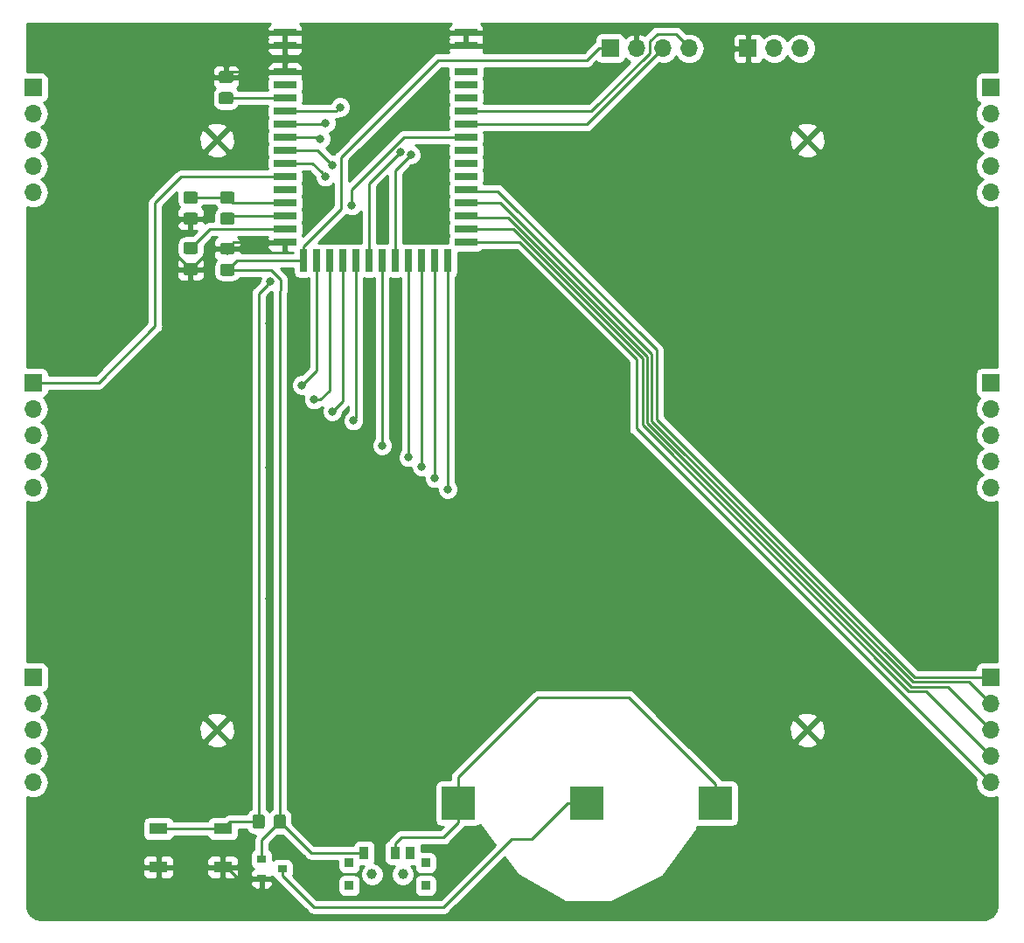
<source format=gbr>
G04 #@! TF.GenerationSoftware,KiCad,Pcbnew,(5.0.0)*
G04 #@! TF.CreationDate,2018-10-27T22:57:51-06:00*
G04 #@! TF.ProjectId,5x5_backpack,3578355F6261636B7061636B2E6B6963,rev?*
G04 #@! TF.SameCoordinates,Original*
G04 #@! TF.FileFunction,Copper,L1,Top,Signal*
G04 #@! TF.FilePolarity,Positive*
%FSLAX46Y46*%
G04 Gerber Fmt 4.6, Leading zero omitted, Abs format (unit mm)*
G04 Created by KiCad (PCBNEW (5.0.0)) date 10/27/18 22:57:51*
%MOMM*%
%LPD*%
G01*
G04 APERTURE LIST*
G04 #@! TA.AperFunction,SMDPad,CuDef*
%ADD10R,0.720000X2.200000*%
G04 #@! TD*
G04 #@! TA.AperFunction,SMDPad,CuDef*
%ADD11R,2.200000X0.720000*%
G04 #@! TD*
G04 #@! TA.AperFunction,ComponentPad*
%ADD12R,1.700000X1.700000*%
G04 #@! TD*
G04 #@! TA.AperFunction,ComponentPad*
%ADD13O,1.700000X1.700000*%
G04 #@! TD*
G04 #@! TA.AperFunction,Conductor*
%ADD14C,0.100000*%
G04 #@! TD*
G04 #@! TA.AperFunction,SMDPad,CuDef*
%ADD15C,1.150000*%
G04 #@! TD*
G04 #@! TA.AperFunction,SMDPad,CuDef*
%ADD16R,0.900000X0.800000*%
G04 #@! TD*
G04 #@! TA.AperFunction,SMDPad,CuDef*
%ADD17R,3.250000X3.250000*%
G04 #@! TD*
G04 #@! TA.AperFunction,WasherPad*
%ADD18C,1.000000*%
G04 #@! TD*
G04 #@! TA.AperFunction,SMDPad,CuDef*
%ADD19R,0.900000X1.250000*%
G04 #@! TD*
G04 #@! TA.AperFunction,SMDPad,CuDef*
%ADD20R,0.900000X0.900000*%
G04 #@! TD*
G04 #@! TA.AperFunction,SMDPad,CuDef*
%ADD21R,1.800000X1.100000*%
G04 #@! TD*
G04 #@! TA.AperFunction,ViaPad*
%ADD22C,0.800000*%
G04 #@! TD*
G04 #@! TA.AperFunction,Conductor*
%ADD23C,0.250000*%
G04 #@! TD*
G04 #@! TA.AperFunction,Conductor*
%ADD24C,0.254000*%
G04 #@! TD*
G04 APERTURE END LIST*
D10*
G04 #@! TO.P,U1,27*
G04 #@! TO.N,COL10*
X117602000Y-87884000D03*
G04 #@! TO.P,U1,26*
G04 #@! TO.N,COL9*
X116332000Y-87884000D03*
G04 #@! TO.P,U1,25*
G04 #@! TO.N,COL8*
X115062000Y-87884000D03*
G04 #@! TO.P,U1,24*
G04 #@! TO.N,COL7*
X113792000Y-87884000D03*
G04 #@! TO.P,U1,23*
G04 #@! TO.N,RXD*
X112522000Y-87884000D03*
G04 #@! TO.P,U1,22*
G04 #@! TO.N,COL6*
X111252000Y-87884000D03*
G04 #@! TO.P,U1,21*
G04 #@! TO.N,TXD*
X109982000Y-87884000D03*
G04 #@! TO.P,U1,20*
G04 #@! TO.N,COL5*
X108712000Y-87884000D03*
G04 #@! TO.P,U1,19*
G04 #@! TO.N,COL4*
X107442000Y-87884000D03*
G04 #@! TO.P,U1,18*
G04 #@! TO.N,COL3*
X106172000Y-87884000D03*
G04 #@! TO.P,U1,17*
G04 #@! TO.N,COL2*
X104902000Y-87884000D03*
G04 #@! TO.P,U1,16*
G04 #@! TO.N,VCC*
X103632000Y-87884000D03*
D11*
G04 #@! TO.P,U1,28*
G04 #@! TO.N,COL15*
X119380000Y-86106000D03*
G04 #@! TO.P,U1,29*
G04 #@! TO.N,COL14*
X119380000Y-84836000D03*
G04 #@! TO.P,U1,30*
G04 #@! TO.N,COL13*
X119380000Y-83566000D03*
G04 #@! TO.P,U1,31*
G04 #@! TO.N,COL12*
X119380000Y-82296000D03*
G04 #@! TO.P,U1,32*
G04 #@! TO.N,COL11*
X119380000Y-81026000D03*
G04 #@! TO.P,U1,33*
G04 #@! TO.N,N/C*
X119380000Y-79756000D03*
G04 #@! TO.P,U1,34*
X119380000Y-78486000D03*
G04 #@! TO.P,U1,35*
X119380000Y-77216000D03*
G04 #@! TO.P,U1,36*
G04 #@! TO.N,RESET*
X119380000Y-75946000D03*
G04 #@! TO.P,U1,37*
G04 #@! TO.N,SWDCLK*
X119380000Y-74676000D03*
G04 #@! TO.P,U1,38*
G04 #@! TO.N,SWDIO*
X119380000Y-73406000D03*
G04 #@! TO.P,U1,39*
G04 #@! TO.N,N/C*
X119380000Y-72136000D03*
G04 #@! TO.P,U1,40*
X119380000Y-70866000D03*
G04 #@! TO.P,U1,41*
X119380000Y-69596000D03*
G04 #@! TO.P,U1,42*
G04 #@! TO.N,GND*
X119380000Y-67056000D03*
G04 #@! TO.P,U1,43*
X119380000Y-65786000D03*
G04 #@! TO.P,U1,0*
X101854000Y-65786000D03*
G04 #@! TO.P,U1,1*
X101854000Y-67056000D03*
G04 #@! TO.P,U1,2*
X101854000Y-69596000D03*
G04 #@! TO.P,U1,3*
G04 #@! TO.N,N/C*
X101854000Y-70866000D03*
G04 #@! TO.P,U1,4*
G04 #@! TO.N,Net-(C4-Pad1)*
X101854000Y-72136000D03*
G04 #@! TO.P,U1,5*
G04 #@! TO.N,ROW1*
X101854000Y-73406000D03*
G04 #@! TO.P,U1,6*
G04 #@! TO.N,ROW2*
X101854000Y-74676000D03*
G04 #@! TO.P,U1,7*
G04 #@! TO.N,ROW3*
X101854000Y-75946000D03*
G04 #@! TO.P,U1,8*
G04 #@! TO.N,ROW4*
X101854000Y-77216000D03*
G04 #@! TO.P,U1,9*
G04 #@! TO.N,ROW5*
X101854000Y-78486000D03*
G04 #@! TO.P,U1,10*
G04 #@! TO.N,COL1*
X101854000Y-79756000D03*
G04 #@! TO.P,U1,11*
G04 #@! TO.N,N/C*
X101854000Y-81026000D03*
G04 #@! TO.P,U1,12*
G04 #@! TO.N,Net-(C1-Pad1)*
X101854000Y-82296000D03*
G04 #@! TO.P,U1,13*
G04 #@! TO.N,Net-(L1-Pad2)*
X101854000Y-83566000D03*
G04 #@! TO.P,U1,14*
G04 #@! TO.N,Net-(C2-Pad1)*
X101854000Y-84836000D03*
G04 #@! TO.P,U1,15*
G04 #@! TO.N,GND*
X101854000Y-86106000D03*
G04 #@! TD*
D12*
G04 #@! TO.P,J6,1*
G04 #@! TO.N,COL6*
X170180000Y-99695000D03*
D13*
G04 #@! TO.P,J6,2*
G04 #@! TO.N,COL7*
X170180000Y-102235000D03*
G04 #@! TO.P,J6,3*
G04 #@! TO.N,COL8*
X170180000Y-104775000D03*
G04 #@! TO.P,J6,4*
G04 #@! TO.N,COL9*
X170180000Y-107315000D03*
G04 #@! TO.P,J6,5*
G04 #@! TO.N,COL10*
X170180000Y-109855000D03*
G04 #@! TD*
D14*
G04 #@! TO.N,GND*
G04 #@! TO.C,C1*
G36*
X93184505Y-83246204D02*
X93208773Y-83249804D01*
X93232572Y-83255765D01*
X93255671Y-83264030D01*
X93277850Y-83274520D01*
X93298893Y-83287132D01*
X93318599Y-83301747D01*
X93336777Y-83318223D01*
X93353253Y-83336401D01*
X93367868Y-83356107D01*
X93380480Y-83377150D01*
X93390970Y-83399329D01*
X93399235Y-83422428D01*
X93405196Y-83446227D01*
X93408796Y-83470495D01*
X93410000Y-83494999D01*
X93410000Y-84145001D01*
X93408796Y-84169505D01*
X93405196Y-84193773D01*
X93399235Y-84217572D01*
X93390970Y-84240671D01*
X93380480Y-84262850D01*
X93367868Y-84283893D01*
X93353253Y-84303599D01*
X93336777Y-84321777D01*
X93318599Y-84338253D01*
X93298893Y-84352868D01*
X93277850Y-84365480D01*
X93255671Y-84375970D01*
X93232572Y-84384235D01*
X93208773Y-84390196D01*
X93184505Y-84393796D01*
X93160001Y-84395000D01*
X92259999Y-84395000D01*
X92235495Y-84393796D01*
X92211227Y-84390196D01*
X92187428Y-84384235D01*
X92164329Y-84375970D01*
X92142150Y-84365480D01*
X92121107Y-84352868D01*
X92101401Y-84338253D01*
X92083223Y-84321777D01*
X92066747Y-84303599D01*
X92052132Y-84283893D01*
X92039520Y-84262850D01*
X92029030Y-84240671D01*
X92020765Y-84217572D01*
X92014804Y-84193773D01*
X92011204Y-84169505D01*
X92010000Y-84145001D01*
X92010000Y-83494999D01*
X92011204Y-83470495D01*
X92014804Y-83446227D01*
X92020765Y-83422428D01*
X92029030Y-83399329D01*
X92039520Y-83377150D01*
X92052132Y-83356107D01*
X92066747Y-83336401D01*
X92083223Y-83318223D01*
X92101401Y-83301747D01*
X92121107Y-83287132D01*
X92142150Y-83274520D01*
X92164329Y-83264030D01*
X92187428Y-83255765D01*
X92211227Y-83249804D01*
X92235495Y-83246204D01*
X92259999Y-83245000D01*
X93160001Y-83245000D01*
X93184505Y-83246204D01*
X93184505Y-83246204D01*
G37*
D15*
G04 #@! TD*
G04 #@! TO.P,C1,2*
G04 #@! TO.N,GND*
X92710000Y-83820000D03*
D14*
G04 #@! TO.N,Net-(C1-Pad1)*
G04 #@! TO.C,C1*
G36*
X93184505Y-81196204D02*
X93208773Y-81199804D01*
X93232572Y-81205765D01*
X93255671Y-81214030D01*
X93277850Y-81224520D01*
X93298893Y-81237132D01*
X93318599Y-81251747D01*
X93336777Y-81268223D01*
X93353253Y-81286401D01*
X93367868Y-81306107D01*
X93380480Y-81327150D01*
X93390970Y-81349329D01*
X93399235Y-81372428D01*
X93405196Y-81396227D01*
X93408796Y-81420495D01*
X93410000Y-81444999D01*
X93410000Y-82095001D01*
X93408796Y-82119505D01*
X93405196Y-82143773D01*
X93399235Y-82167572D01*
X93390970Y-82190671D01*
X93380480Y-82212850D01*
X93367868Y-82233893D01*
X93353253Y-82253599D01*
X93336777Y-82271777D01*
X93318599Y-82288253D01*
X93298893Y-82302868D01*
X93277850Y-82315480D01*
X93255671Y-82325970D01*
X93232572Y-82334235D01*
X93208773Y-82340196D01*
X93184505Y-82343796D01*
X93160001Y-82345000D01*
X92259999Y-82345000D01*
X92235495Y-82343796D01*
X92211227Y-82340196D01*
X92187428Y-82334235D01*
X92164329Y-82325970D01*
X92142150Y-82315480D01*
X92121107Y-82302868D01*
X92101401Y-82288253D01*
X92083223Y-82271777D01*
X92066747Y-82253599D01*
X92052132Y-82233893D01*
X92039520Y-82212850D01*
X92029030Y-82190671D01*
X92020765Y-82167572D01*
X92014804Y-82143773D01*
X92011204Y-82119505D01*
X92010000Y-82095001D01*
X92010000Y-81444999D01*
X92011204Y-81420495D01*
X92014804Y-81396227D01*
X92020765Y-81372428D01*
X92029030Y-81349329D01*
X92039520Y-81327150D01*
X92052132Y-81306107D01*
X92066747Y-81286401D01*
X92083223Y-81268223D01*
X92101401Y-81251747D01*
X92121107Y-81237132D01*
X92142150Y-81224520D01*
X92164329Y-81214030D01*
X92187428Y-81205765D01*
X92211227Y-81199804D01*
X92235495Y-81196204D01*
X92259999Y-81195000D01*
X93160001Y-81195000D01*
X93184505Y-81196204D01*
X93184505Y-81196204D01*
G37*
D15*
G04 #@! TD*
G04 #@! TO.P,C1,1*
G04 #@! TO.N,Net-(C1-Pad1)*
X92710000Y-81770000D03*
D14*
G04 #@! TO.N,Net-(C2-Pad1)*
G04 #@! TO.C,C2*
G36*
X93184505Y-86094704D02*
X93208773Y-86098304D01*
X93232572Y-86104265D01*
X93255671Y-86112530D01*
X93277850Y-86123020D01*
X93298893Y-86135632D01*
X93318599Y-86150247D01*
X93336777Y-86166723D01*
X93353253Y-86184901D01*
X93367868Y-86204607D01*
X93380480Y-86225650D01*
X93390970Y-86247829D01*
X93399235Y-86270928D01*
X93405196Y-86294727D01*
X93408796Y-86318995D01*
X93410000Y-86343499D01*
X93410000Y-86993501D01*
X93408796Y-87018005D01*
X93405196Y-87042273D01*
X93399235Y-87066072D01*
X93390970Y-87089171D01*
X93380480Y-87111350D01*
X93367868Y-87132393D01*
X93353253Y-87152099D01*
X93336777Y-87170277D01*
X93318599Y-87186753D01*
X93298893Y-87201368D01*
X93277850Y-87213980D01*
X93255671Y-87224470D01*
X93232572Y-87232735D01*
X93208773Y-87238696D01*
X93184505Y-87242296D01*
X93160001Y-87243500D01*
X92259999Y-87243500D01*
X92235495Y-87242296D01*
X92211227Y-87238696D01*
X92187428Y-87232735D01*
X92164329Y-87224470D01*
X92142150Y-87213980D01*
X92121107Y-87201368D01*
X92101401Y-87186753D01*
X92083223Y-87170277D01*
X92066747Y-87152099D01*
X92052132Y-87132393D01*
X92039520Y-87111350D01*
X92029030Y-87089171D01*
X92020765Y-87066072D01*
X92014804Y-87042273D01*
X92011204Y-87018005D01*
X92010000Y-86993501D01*
X92010000Y-86343499D01*
X92011204Y-86318995D01*
X92014804Y-86294727D01*
X92020765Y-86270928D01*
X92029030Y-86247829D01*
X92039520Y-86225650D01*
X92052132Y-86204607D01*
X92066747Y-86184901D01*
X92083223Y-86166723D01*
X92101401Y-86150247D01*
X92121107Y-86135632D01*
X92142150Y-86123020D01*
X92164329Y-86112530D01*
X92187428Y-86104265D01*
X92211227Y-86098304D01*
X92235495Y-86094704D01*
X92259999Y-86093500D01*
X93160001Y-86093500D01*
X93184505Y-86094704D01*
X93184505Y-86094704D01*
G37*
D15*
G04 #@! TD*
G04 #@! TO.P,C2,1*
G04 #@! TO.N,Net-(C2-Pad1)*
X92710000Y-86668500D03*
D14*
G04 #@! TO.N,GND*
G04 #@! TO.C,C2*
G36*
X93184505Y-88144704D02*
X93208773Y-88148304D01*
X93232572Y-88154265D01*
X93255671Y-88162530D01*
X93277850Y-88173020D01*
X93298893Y-88185632D01*
X93318599Y-88200247D01*
X93336777Y-88216723D01*
X93353253Y-88234901D01*
X93367868Y-88254607D01*
X93380480Y-88275650D01*
X93390970Y-88297829D01*
X93399235Y-88320928D01*
X93405196Y-88344727D01*
X93408796Y-88368995D01*
X93410000Y-88393499D01*
X93410000Y-89043501D01*
X93408796Y-89068005D01*
X93405196Y-89092273D01*
X93399235Y-89116072D01*
X93390970Y-89139171D01*
X93380480Y-89161350D01*
X93367868Y-89182393D01*
X93353253Y-89202099D01*
X93336777Y-89220277D01*
X93318599Y-89236753D01*
X93298893Y-89251368D01*
X93277850Y-89263980D01*
X93255671Y-89274470D01*
X93232572Y-89282735D01*
X93208773Y-89288696D01*
X93184505Y-89292296D01*
X93160001Y-89293500D01*
X92259999Y-89293500D01*
X92235495Y-89292296D01*
X92211227Y-89288696D01*
X92187428Y-89282735D01*
X92164329Y-89274470D01*
X92142150Y-89263980D01*
X92121107Y-89251368D01*
X92101401Y-89236753D01*
X92083223Y-89220277D01*
X92066747Y-89202099D01*
X92052132Y-89182393D01*
X92039520Y-89161350D01*
X92029030Y-89139171D01*
X92020765Y-89116072D01*
X92014804Y-89092273D01*
X92011204Y-89068005D01*
X92010000Y-89043501D01*
X92010000Y-88393499D01*
X92011204Y-88368995D01*
X92014804Y-88344727D01*
X92020765Y-88320928D01*
X92029030Y-88297829D01*
X92039520Y-88275650D01*
X92052132Y-88254607D01*
X92066747Y-88234901D01*
X92083223Y-88216723D01*
X92101401Y-88200247D01*
X92121107Y-88185632D01*
X92142150Y-88173020D01*
X92164329Y-88162530D01*
X92187428Y-88154265D01*
X92211227Y-88148304D01*
X92235495Y-88144704D01*
X92259999Y-88143500D01*
X93160001Y-88143500D01*
X93184505Y-88144704D01*
X93184505Y-88144704D01*
G37*
D15*
G04 #@! TD*
G04 #@! TO.P,C2,2*
G04 #@! TO.N,GND*
X92710000Y-88718500D03*
D14*
G04 #@! TO.N,VCC*
G04 #@! TO.C,C3*
G36*
X96740505Y-88208204D02*
X96764773Y-88211804D01*
X96788572Y-88217765D01*
X96811671Y-88226030D01*
X96833850Y-88236520D01*
X96854893Y-88249132D01*
X96874599Y-88263747D01*
X96892777Y-88280223D01*
X96909253Y-88298401D01*
X96923868Y-88318107D01*
X96936480Y-88339150D01*
X96946970Y-88361329D01*
X96955235Y-88384428D01*
X96961196Y-88408227D01*
X96964796Y-88432495D01*
X96966000Y-88456999D01*
X96966000Y-89107001D01*
X96964796Y-89131505D01*
X96961196Y-89155773D01*
X96955235Y-89179572D01*
X96946970Y-89202671D01*
X96936480Y-89224850D01*
X96923868Y-89245893D01*
X96909253Y-89265599D01*
X96892777Y-89283777D01*
X96874599Y-89300253D01*
X96854893Y-89314868D01*
X96833850Y-89327480D01*
X96811671Y-89337970D01*
X96788572Y-89346235D01*
X96764773Y-89352196D01*
X96740505Y-89355796D01*
X96716001Y-89357000D01*
X95815999Y-89357000D01*
X95791495Y-89355796D01*
X95767227Y-89352196D01*
X95743428Y-89346235D01*
X95720329Y-89337970D01*
X95698150Y-89327480D01*
X95677107Y-89314868D01*
X95657401Y-89300253D01*
X95639223Y-89283777D01*
X95622747Y-89265599D01*
X95608132Y-89245893D01*
X95595520Y-89224850D01*
X95585030Y-89202671D01*
X95576765Y-89179572D01*
X95570804Y-89155773D01*
X95567204Y-89131505D01*
X95566000Y-89107001D01*
X95566000Y-88456999D01*
X95567204Y-88432495D01*
X95570804Y-88408227D01*
X95576765Y-88384428D01*
X95585030Y-88361329D01*
X95595520Y-88339150D01*
X95608132Y-88318107D01*
X95622747Y-88298401D01*
X95639223Y-88280223D01*
X95657401Y-88263747D01*
X95677107Y-88249132D01*
X95698150Y-88236520D01*
X95720329Y-88226030D01*
X95743428Y-88217765D01*
X95767227Y-88211804D01*
X95791495Y-88208204D01*
X95815999Y-88207000D01*
X96716001Y-88207000D01*
X96740505Y-88208204D01*
X96740505Y-88208204D01*
G37*
D15*
G04 #@! TD*
G04 #@! TO.P,C3,1*
G04 #@! TO.N,VCC*
X96266000Y-88782000D03*
D14*
G04 #@! TO.N,GND*
G04 #@! TO.C,C3*
G36*
X96740505Y-86158204D02*
X96764773Y-86161804D01*
X96788572Y-86167765D01*
X96811671Y-86176030D01*
X96833850Y-86186520D01*
X96854893Y-86199132D01*
X96874599Y-86213747D01*
X96892777Y-86230223D01*
X96909253Y-86248401D01*
X96923868Y-86268107D01*
X96936480Y-86289150D01*
X96946970Y-86311329D01*
X96955235Y-86334428D01*
X96961196Y-86358227D01*
X96964796Y-86382495D01*
X96966000Y-86406999D01*
X96966000Y-87057001D01*
X96964796Y-87081505D01*
X96961196Y-87105773D01*
X96955235Y-87129572D01*
X96946970Y-87152671D01*
X96936480Y-87174850D01*
X96923868Y-87195893D01*
X96909253Y-87215599D01*
X96892777Y-87233777D01*
X96874599Y-87250253D01*
X96854893Y-87264868D01*
X96833850Y-87277480D01*
X96811671Y-87287970D01*
X96788572Y-87296235D01*
X96764773Y-87302196D01*
X96740505Y-87305796D01*
X96716001Y-87307000D01*
X95815999Y-87307000D01*
X95791495Y-87305796D01*
X95767227Y-87302196D01*
X95743428Y-87296235D01*
X95720329Y-87287970D01*
X95698150Y-87277480D01*
X95677107Y-87264868D01*
X95657401Y-87250253D01*
X95639223Y-87233777D01*
X95622747Y-87215599D01*
X95608132Y-87195893D01*
X95595520Y-87174850D01*
X95585030Y-87152671D01*
X95576765Y-87129572D01*
X95570804Y-87105773D01*
X95567204Y-87081505D01*
X95566000Y-87057001D01*
X95566000Y-86406999D01*
X95567204Y-86382495D01*
X95570804Y-86358227D01*
X95576765Y-86334428D01*
X95585030Y-86311329D01*
X95595520Y-86289150D01*
X95608132Y-86268107D01*
X95622747Y-86248401D01*
X95639223Y-86230223D01*
X95657401Y-86213747D01*
X95677107Y-86199132D01*
X95698150Y-86186520D01*
X95720329Y-86176030D01*
X95743428Y-86167765D01*
X95767227Y-86161804D01*
X95791495Y-86158204D01*
X95815999Y-86157000D01*
X96716001Y-86157000D01*
X96740505Y-86158204D01*
X96740505Y-86158204D01*
G37*
D15*
G04 #@! TD*
G04 #@! TO.P,C3,2*
G04 #@! TO.N,GND*
X96266000Y-86732000D03*
D14*
G04 #@! TO.N,GND*
G04 #@! TO.C,C4*
G36*
X96613505Y-69521204D02*
X96637773Y-69524804D01*
X96661572Y-69530765D01*
X96684671Y-69539030D01*
X96706850Y-69549520D01*
X96727893Y-69562132D01*
X96747599Y-69576747D01*
X96765777Y-69593223D01*
X96782253Y-69611401D01*
X96796868Y-69631107D01*
X96809480Y-69652150D01*
X96819970Y-69674329D01*
X96828235Y-69697428D01*
X96834196Y-69721227D01*
X96837796Y-69745495D01*
X96839000Y-69769999D01*
X96839000Y-70420001D01*
X96837796Y-70444505D01*
X96834196Y-70468773D01*
X96828235Y-70492572D01*
X96819970Y-70515671D01*
X96809480Y-70537850D01*
X96796868Y-70558893D01*
X96782253Y-70578599D01*
X96765777Y-70596777D01*
X96747599Y-70613253D01*
X96727893Y-70627868D01*
X96706850Y-70640480D01*
X96684671Y-70650970D01*
X96661572Y-70659235D01*
X96637773Y-70665196D01*
X96613505Y-70668796D01*
X96589001Y-70670000D01*
X95688999Y-70670000D01*
X95664495Y-70668796D01*
X95640227Y-70665196D01*
X95616428Y-70659235D01*
X95593329Y-70650970D01*
X95571150Y-70640480D01*
X95550107Y-70627868D01*
X95530401Y-70613253D01*
X95512223Y-70596777D01*
X95495747Y-70578599D01*
X95481132Y-70558893D01*
X95468520Y-70537850D01*
X95458030Y-70515671D01*
X95449765Y-70492572D01*
X95443804Y-70468773D01*
X95440204Y-70444505D01*
X95439000Y-70420001D01*
X95439000Y-69769999D01*
X95440204Y-69745495D01*
X95443804Y-69721227D01*
X95449765Y-69697428D01*
X95458030Y-69674329D01*
X95468520Y-69652150D01*
X95481132Y-69631107D01*
X95495747Y-69611401D01*
X95512223Y-69593223D01*
X95530401Y-69576747D01*
X95550107Y-69562132D01*
X95571150Y-69549520D01*
X95593329Y-69539030D01*
X95616428Y-69530765D01*
X95640227Y-69524804D01*
X95664495Y-69521204D01*
X95688999Y-69520000D01*
X96589001Y-69520000D01*
X96613505Y-69521204D01*
X96613505Y-69521204D01*
G37*
D15*
G04 #@! TD*
G04 #@! TO.P,C4,2*
G04 #@! TO.N,GND*
X96139000Y-70095000D03*
D14*
G04 #@! TO.N,Net-(C4-Pad1)*
G04 #@! TO.C,C4*
G36*
X96613505Y-71571204D02*
X96637773Y-71574804D01*
X96661572Y-71580765D01*
X96684671Y-71589030D01*
X96706850Y-71599520D01*
X96727893Y-71612132D01*
X96747599Y-71626747D01*
X96765777Y-71643223D01*
X96782253Y-71661401D01*
X96796868Y-71681107D01*
X96809480Y-71702150D01*
X96819970Y-71724329D01*
X96828235Y-71747428D01*
X96834196Y-71771227D01*
X96837796Y-71795495D01*
X96839000Y-71819999D01*
X96839000Y-72470001D01*
X96837796Y-72494505D01*
X96834196Y-72518773D01*
X96828235Y-72542572D01*
X96819970Y-72565671D01*
X96809480Y-72587850D01*
X96796868Y-72608893D01*
X96782253Y-72628599D01*
X96765777Y-72646777D01*
X96747599Y-72663253D01*
X96727893Y-72677868D01*
X96706850Y-72690480D01*
X96684671Y-72700970D01*
X96661572Y-72709235D01*
X96637773Y-72715196D01*
X96613505Y-72718796D01*
X96589001Y-72720000D01*
X95688999Y-72720000D01*
X95664495Y-72718796D01*
X95640227Y-72715196D01*
X95616428Y-72709235D01*
X95593329Y-72700970D01*
X95571150Y-72690480D01*
X95550107Y-72677868D01*
X95530401Y-72663253D01*
X95512223Y-72646777D01*
X95495747Y-72628599D01*
X95481132Y-72608893D01*
X95468520Y-72587850D01*
X95458030Y-72565671D01*
X95449765Y-72542572D01*
X95443804Y-72518773D01*
X95440204Y-72494505D01*
X95439000Y-72470001D01*
X95439000Y-71819999D01*
X95440204Y-71795495D01*
X95443804Y-71771227D01*
X95449765Y-71747428D01*
X95458030Y-71724329D01*
X95468520Y-71702150D01*
X95481132Y-71681107D01*
X95495747Y-71661401D01*
X95512223Y-71643223D01*
X95530401Y-71626747D01*
X95550107Y-71612132D01*
X95571150Y-71599520D01*
X95593329Y-71589030D01*
X95616428Y-71580765D01*
X95640227Y-71574804D01*
X95664495Y-71571204D01*
X95688999Y-71570000D01*
X96589001Y-71570000D01*
X96613505Y-71571204D01*
X96613505Y-71571204D01*
G37*
D15*
G04 #@! TD*
G04 #@! TO.P,C4,1*
G04 #@! TO.N,Net-(C4-Pad1)*
X96139000Y-72145000D03*
D14*
G04 #@! TO.N,Net-(C1-Pad1)*
G04 #@! TO.C,L1*
G36*
X96740505Y-81196204D02*
X96764773Y-81199804D01*
X96788572Y-81205765D01*
X96811671Y-81214030D01*
X96833850Y-81224520D01*
X96854893Y-81237132D01*
X96874599Y-81251747D01*
X96892777Y-81268223D01*
X96909253Y-81286401D01*
X96923868Y-81306107D01*
X96936480Y-81327150D01*
X96946970Y-81349329D01*
X96955235Y-81372428D01*
X96961196Y-81396227D01*
X96964796Y-81420495D01*
X96966000Y-81444999D01*
X96966000Y-82095001D01*
X96964796Y-82119505D01*
X96961196Y-82143773D01*
X96955235Y-82167572D01*
X96946970Y-82190671D01*
X96936480Y-82212850D01*
X96923868Y-82233893D01*
X96909253Y-82253599D01*
X96892777Y-82271777D01*
X96874599Y-82288253D01*
X96854893Y-82302868D01*
X96833850Y-82315480D01*
X96811671Y-82325970D01*
X96788572Y-82334235D01*
X96764773Y-82340196D01*
X96740505Y-82343796D01*
X96716001Y-82345000D01*
X95815999Y-82345000D01*
X95791495Y-82343796D01*
X95767227Y-82340196D01*
X95743428Y-82334235D01*
X95720329Y-82325970D01*
X95698150Y-82315480D01*
X95677107Y-82302868D01*
X95657401Y-82288253D01*
X95639223Y-82271777D01*
X95622747Y-82253599D01*
X95608132Y-82233893D01*
X95595520Y-82212850D01*
X95585030Y-82190671D01*
X95576765Y-82167572D01*
X95570804Y-82143773D01*
X95567204Y-82119505D01*
X95566000Y-82095001D01*
X95566000Y-81444999D01*
X95567204Y-81420495D01*
X95570804Y-81396227D01*
X95576765Y-81372428D01*
X95585030Y-81349329D01*
X95595520Y-81327150D01*
X95608132Y-81306107D01*
X95622747Y-81286401D01*
X95639223Y-81268223D01*
X95657401Y-81251747D01*
X95677107Y-81237132D01*
X95698150Y-81224520D01*
X95720329Y-81214030D01*
X95743428Y-81205765D01*
X95767227Y-81199804D01*
X95791495Y-81196204D01*
X95815999Y-81195000D01*
X96716001Y-81195000D01*
X96740505Y-81196204D01*
X96740505Y-81196204D01*
G37*
D15*
G04 #@! TD*
G04 #@! TO.P,L1,1*
G04 #@! TO.N,Net-(C1-Pad1)*
X96266000Y-81770000D03*
D14*
G04 #@! TO.N,Net-(L1-Pad2)*
G04 #@! TO.C,L1*
G36*
X96740505Y-83246204D02*
X96764773Y-83249804D01*
X96788572Y-83255765D01*
X96811671Y-83264030D01*
X96833850Y-83274520D01*
X96854893Y-83287132D01*
X96874599Y-83301747D01*
X96892777Y-83318223D01*
X96909253Y-83336401D01*
X96923868Y-83356107D01*
X96936480Y-83377150D01*
X96946970Y-83399329D01*
X96955235Y-83422428D01*
X96961196Y-83446227D01*
X96964796Y-83470495D01*
X96966000Y-83494999D01*
X96966000Y-84145001D01*
X96964796Y-84169505D01*
X96961196Y-84193773D01*
X96955235Y-84217572D01*
X96946970Y-84240671D01*
X96936480Y-84262850D01*
X96923868Y-84283893D01*
X96909253Y-84303599D01*
X96892777Y-84321777D01*
X96874599Y-84338253D01*
X96854893Y-84352868D01*
X96833850Y-84365480D01*
X96811671Y-84375970D01*
X96788572Y-84384235D01*
X96764773Y-84390196D01*
X96740505Y-84393796D01*
X96716001Y-84395000D01*
X95815999Y-84395000D01*
X95791495Y-84393796D01*
X95767227Y-84390196D01*
X95743428Y-84384235D01*
X95720329Y-84375970D01*
X95698150Y-84365480D01*
X95677107Y-84352868D01*
X95657401Y-84338253D01*
X95639223Y-84321777D01*
X95622747Y-84303599D01*
X95608132Y-84283893D01*
X95595520Y-84262850D01*
X95585030Y-84240671D01*
X95576765Y-84217572D01*
X95570804Y-84193773D01*
X95567204Y-84169505D01*
X95566000Y-84145001D01*
X95566000Y-83494999D01*
X95567204Y-83470495D01*
X95570804Y-83446227D01*
X95576765Y-83422428D01*
X95585030Y-83399329D01*
X95595520Y-83377150D01*
X95608132Y-83356107D01*
X95622747Y-83336401D01*
X95639223Y-83318223D01*
X95657401Y-83301747D01*
X95677107Y-83287132D01*
X95698150Y-83274520D01*
X95720329Y-83264030D01*
X95743428Y-83255765D01*
X95767227Y-83249804D01*
X95791495Y-83246204D01*
X95815999Y-83245000D01*
X96716001Y-83245000D01*
X96740505Y-83246204D01*
X96740505Y-83246204D01*
G37*
D15*
G04 #@! TD*
G04 #@! TO.P,L1,2*
G04 #@! TO.N,Net-(L1-Pad2)*
X96266000Y-83820000D03*
D16*
G04 #@! TO.P,Q1,1*
G04 #@! TO.N,VCC*
X99584000Y-145862000D03*
G04 #@! TO.P,Q1,2*
G04 #@! TO.N,GND*
X99584000Y-147762000D03*
G04 #@! TO.P,Q1,3*
G04 #@! TO.N,Net-(E1-Pad2)*
X101584000Y-146812000D03*
G04 #@! TD*
D14*
G04 #@! TO.N,RESET*
G04 #@! TO.C,R1*
G36*
X99654505Y-141541204D02*
X99678773Y-141544804D01*
X99702572Y-141550765D01*
X99725671Y-141559030D01*
X99747850Y-141569520D01*
X99768893Y-141582132D01*
X99788599Y-141596747D01*
X99806777Y-141613223D01*
X99823253Y-141631401D01*
X99837868Y-141651107D01*
X99850480Y-141672150D01*
X99860970Y-141694329D01*
X99869235Y-141717428D01*
X99875196Y-141741227D01*
X99878796Y-141765495D01*
X99880000Y-141789999D01*
X99880000Y-142690001D01*
X99878796Y-142714505D01*
X99875196Y-142738773D01*
X99869235Y-142762572D01*
X99860970Y-142785671D01*
X99850480Y-142807850D01*
X99837868Y-142828893D01*
X99823253Y-142848599D01*
X99806777Y-142866777D01*
X99788599Y-142883253D01*
X99768893Y-142897868D01*
X99747850Y-142910480D01*
X99725671Y-142920970D01*
X99702572Y-142929235D01*
X99678773Y-142935196D01*
X99654505Y-142938796D01*
X99630001Y-142940000D01*
X98979999Y-142940000D01*
X98955495Y-142938796D01*
X98931227Y-142935196D01*
X98907428Y-142929235D01*
X98884329Y-142920970D01*
X98862150Y-142910480D01*
X98841107Y-142897868D01*
X98821401Y-142883253D01*
X98803223Y-142866777D01*
X98786747Y-142848599D01*
X98772132Y-142828893D01*
X98759520Y-142807850D01*
X98749030Y-142785671D01*
X98740765Y-142762572D01*
X98734804Y-142738773D01*
X98731204Y-142714505D01*
X98730000Y-142690001D01*
X98730000Y-141789999D01*
X98731204Y-141765495D01*
X98734804Y-141741227D01*
X98740765Y-141717428D01*
X98749030Y-141694329D01*
X98759520Y-141672150D01*
X98772132Y-141651107D01*
X98786747Y-141631401D01*
X98803223Y-141613223D01*
X98821401Y-141596747D01*
X98841107Y-141582132D01*
X98862150Y-141569520D01*
X98884329Y-141559030D01*
X98907428Y-141550765D01*
X98931227Y-141544804D01*
X98955495Y-141541204D01*
X98979999Y-141540000D01*
X99630001Y-141540000D01*
X99654505Y-141541204D01*
X99654505Y-141541204D01*
G37*
D15*
G04 #@! TD*
G04 #@! TO.P,R1,2*
G04 #@! TO.N,RESET*
X99305000Y-142240000D03*
D14*
G04 #@! TO.N,VCC*
G04 #@! TO.C,R1*
G36*
X101704505Y-141541204D02*
X101728773Y-141544804D01*
X101752572Y-141550765D01*
X101775671Y-141559030D01*
X101797850Y-141569520D01*
X101818893Y-141582132D01*
X101838599Y-141596747D01*
X101856777Y-141613223D01*
X101873253Y-141631401D01*
X101887868Y-141651107D01*
X101900480Y-141672150D01*
X101910970Y-141694329D01*
X101919235Y-141717428D01*
X101925196Y-141741227D01*
X101928796Y-141765495D01*
X101930000Y-141789999D01*
X101930000Y-142690001D01*
X101928796Y-142714505D01*
X101925196Y-142738773D01*
X101919235Y-142762572D01*
X101910970Y-142785671D01*
X101900480Y-142807850D01*
X101887868Y-142828893D01*
X101873253Y-142848599D01*
X101856777Y-142866777D01*
X101838599Y-142883253D01*
X101818893Y-142897868D01*
X101797850Y-142910480D01*
X101775671Y-142920970D01*
X101752572Y-142929235D01*
X101728773Y-142935196D01*
X101704505Y-142938796D01*
X101680001Y-142940000D01*
X101029999Y-142940000D01*
X101005495Y-142938796D01*
X100981227Y-142935196D01*
X100957428Y-142929235D01*
X100934329Y-142920970D01*
X100912150Y-142910480D01*
X100891107Y-142897868D01*
X100871401Y-142883253D01*
X100853223Y-142866777D01*
X100836747Y-142848599D01*
X100822132Y-142828893D01*
X100809520Y-142807850D01*
X100799030Y-142785671D01*
X100790765Y-142762572D01*
X100784804Y-142738773D01*
X100781204Y-142714505D01*
X100780000Y-142690001D01*
X100780000Y-141789999D01*
X100781204Y-141765495D01*
X100784804Y-141741227D01*
X100790765Y-141717428D01*
X100799030Y-141694329D01*
X100809520Y-141672150D01*
X100822132Y-141651107D01*
X100836747Y-141631401D01*
X100853223Y-141613223D01*
X100871401Y-141596747D01*
X100891107Y-141582132D01*
X100912150Y-141569520D01*
X100934329Y-141559030D01*
X100957428Y-141550765D01*
X100981227Y-141544804D01*
X101005495Y-141541204D01*
X101029999Y-141540000D01*
X101680001Y-141540000D01*
X101704505Y-141541204D01*
X101704505Y-141541204D01*
G37*
D15*
G04 #@! TD*
G04 #@! TO.P,R1,1*
G04 #@! TO.N,VCC*
X101355000Y-142240000D03*
D17*
G04 #@! TO.P,E1,1*
G04 #@! TO.N,Net-(E1-Pad1)*
X143510000Y-140462000D03*
X118618000Y-140462000D03*
G04 #@! TO.P,E1,2*
G04 #@! TO.N,Net-(E1-Pad2)*
X131064000Y-140462000D03*
G04 #@! TD*
D12*
G04 #@! TO.P,J9,1*
G04 #@! TO.N,VCC*
X133350000Y-67310000D03*
D13*
G04 #@! TO.P,J9,2*
G04 #@! TO.N,GND*
X135890000Y-67310000D03*
G04 #@! TO.P,J9,3*
G04 #@! TO.N,SWDCLK*
X138430000Y-67310000D03*
G04 #@! TO.P,J9,4*
G04 #@! TO.N,SWDIO*
X140970000Y-67310000D03*
G04 #@! TD*
D12*
G04 #@! TO.P,J10,1*
G04 #@! TO.N,GND*
X146685000Y-67310000D03*
D13*
G04 #@! TO.P,J10,2*
G04 #@! TO.N,TXD*
X149225000Y-67310000D03*
G04 #@! TO.P,J10,3*
G04 #@! TO.N,RXD*
X151765000Y-67310000D03*
G04 #@! TD*
D18*
G04 #@! TO.P,SW1,*
G04 #@! TO.N,*
X110260000Y-147320000D03*
X113260000Y-147320000D03*
D19*
G04 #@! TO.P,SW1,2*
G04 #@! TO.N,Net-(E1-Pad1)*
X112510000Y-145245000D03*
G04 #@! TO.P,SW1,3*
G04 #@! TO.N,N/C*
X114010000Y-145245000D03*
G04 #@! TO.P,SW1,1*
G04 #@! TO.N,VCC*
X109510000Y-145245000D03*
D20*
G04 #@! TO.P,SW1,0*
G04 #@! TO.N,N/C*
X108060000Y-148420000D03*
X108060000Y-146220000D03*
X115460000Y-146220000D03*
X115460000Y-148420000D03*
G04 #@! TD*
D21*
G04 #@! TO.P,SW2,1*
G04 #@! TO.N,GND*
X95810000Y-146630000D03*
X89610000Y-146630000D03*
G04 #@! TO.P,SW2,2*
G04 #@! TO.N,RESET*
X95810000Y-142930000D03*
X89610000Y-142930000D03*
G04 #@! TD*
D13*
G04 #@! TO.P,J1,5*
G04 #@! TO.N,ROW5*
X77470000Y-81280000D03*
G04 #@! TO.P,J1,4*
G04 #@! TO.N,ROW4*
X77470000Y-78740000D03*
G04 #@! TO.P,J1,3*
G04 #@! TO.N,ROW3*
X77470000Y-76200000D03*
G04 #@! TO.P,J1,2*
G04 #@! TO.N,ROW2*
X77470000Y-73660000D03*
D12*
G04 #@! TO.P,J1,1*
G04 #@! TO.N,ROW1*
X77470000Y-71120000D03*
G04 #@! TD*
G04 #@! TO.P,J2,1*
G04 #@! TO.N,COL1*
X77470000Y-99695000D03*
D13*
G04 #@! TO.P,J2,2*
G04 #@! TO.N,COL2*
X77470000Y-102235000D03*
G04 #@! TO.P,J2,3*
G04 #@! TO.N,COL3*
X77470000Y-104775000D03*
G04 #@! TO.P,J2,4*
G04 #@! TO.N,COL4*
X77470000Y-107315000D03*
G04 #@! TO.P,J2,5*
G04 #@! TO.N,COL5*
X77470000Y-109855000D03*
G04 #@! TD*
D12*
G04 #@! TO.P,J3,1*
G04 #@! TO.N,COL6*
X77470000Y-128270000D03*
D13*
G04 #@! TO.P,J3,2*
G04 #@! TO.N,COL7*
X77470000Y-130810000D03*
G04 #@! TO.P,J3,3*
G04 #@! TO.N,COL8*
X77470000Y-133350000D03*
G04 #@! TO.P,J3,4*
G04 #@! TO.N,COL9*
X77470000Y-135890000D03*
G04 #@! TO.P,J3,5*
G04 #@! TO.N,COL10*
X77470000Y-138430000D03*
G04 #@! TD*
G04 #@! TO.P,J5,5*
G04 #@! TO.N,ROW5*
X170180000Y-81280000D03*
G04 #@! TO.P,J5,4*
G04 #@! TO.N,ROW4*
X170180000Y-78740000D03*
G04 #@! TO.P,J5,3*
G04 #@! TO.N,ROW3*
X170180000Y-76200000D03*
G04 #@! TO.P,J5,2*
G04 #@! TO.N,ROW2*
X170180000Y-73660000D03*
D12*
G04 #@! TO.P,J5,1*
G04 #@! TO.N,ROW1*
X170180000Y-71120000D03*
G04 #@! TD*
D13*
G04 #@! TO.P,J7,5*
G04 #@! TO.N,COL15*
X170180000Y-138430000D03*
G04 #@! TO.P,J7,4*
G04 #@! TO.N,COL14*
X170180000Y-135890000D03*
G04 #@! TO.P,J7,3*
G04 #@! TO.N,COL13*
X170180000Y-133350000D03*
G04 #@! TO.P,J7,2*
G04 #@! TO.N,COL12*
X170180000Y-130810000D03*
D12*
G04 #@! TO.P,J7,1*
G04 #@! TO.N,COL11*
X170180000Y-128270000D03*
G04 #@! TD*
D22*
G04 #@! TO.N,ROW1*
X107188000Y-73025000D03*
G04 #@! TO.N,ROW2*
X105791000Y-74549000D03*
G04 #@! TO.N,ROW3*
X105283006Y-76073000D03*
G04 #@! TO.N,ROW4*
X106426000Y-78613000D03*
G04 #@! TO.N,COL4*
X106426000Y-102489000D03*
G04 #@! TO.N,COL3*
X104648000Y-101346000D03*
G04 #@! TO.N,COL2*
X103505000Y-99949000D03*
G04 #@! TO.N,COL5*
X108458000Y-103378000D03*
G04 #@! TO.N,COL6*
X111252000Y-105791000D03*
G04 #@! TO.N,COL7*
X113792000Y-106934000D03*
G04 #@! TO.N,COL8*
X115062000Y-107823000D03*
G04 #@! TO.N,COL10*
X117602000Y-110025033D03*
G04 #@! TO.N,COL9*
X116332000Y-108966000D03*
G04 #@! TO.N,GND*
X83820000Y-85090000D03*
X92710000Y-95250000D03*
X127000000Y-71120000D03*
X115570000Y-73660000D03*
X115570000Y-83820000D03*
X105410000Y-82550000D03*
X100330000Y-107950000D03*
X100330000Y-93980000D03*
X100330000Y-120650000D03*
X107950000Y-85090000D03*
X111252000Y-82677000D03*
G04 #@! TO.N,RESET*
X108331000Y-82550000D03*
X100457000Y-89916000D03*
G04 #@! TO.N,TXD*
X113030000Y-77343000D03*
G04 #@! TO.N,RXD*
X114046000Y-77633990D03*
G04 #@! TO.N,ROW5*
X105790994Y-79756000D03*
G04 #@! TD*
D23*
G04 #@! TO.N,ROW1*
X106807000Y-73406000D02*
X107188000Y-73025000D01*
X101854000Y-73406000D02*
X106807000Y-73406000D01*
G04 #@! TO.N,ROW2*
X101854000Y-74676000D02*
X105664000Y-74676000D01*
X105664000Y-74676000D02*
X105791000Y-74549000D01*
G04 #@! TO.N,ROW3*
X105156006Y-75946000D02*
X105283006Y-76073000D01*
X101854000Y-75946000D02*
X105156006Y-75946000D01*
G04 #@! TO.N,ROW4*
X105029000Y-77216000D02*
X106026001Y-78213001D01*
X101854000Y-77216000D02*
X105029000Y-77216000D01*
X106026001Y-78213001D02*
X106426000Y-78613000D01*
G04 #@! TO.N,COL4*
X107442000Y-101473000D02*
X107442000Y-87884000D01*
X106426000Y-102489000D02*
X107442000Y-101473000D01*
G04 #@! TO.N,COL3*
X106172000Y-87884000D02*
X106172000Y-100457000D01*
X106172000Y-100457000D02*
X105283000Y-101346000D01*
X105283000Y-101346000D02*
X104648000Y-101346000D01*
G04 #@! TO.N,COL2*
X104902000Y-98552000D02*
X104902000Y-87884000D01*
X103505000Y-99949000D02*
X104902000Y-98552000D01*
G04 #@! TO.N,COL1*
X101854000Y-79756000D02*
X91821000Y-79756000D01*
X91821000Y-79756000D02*
X89281000Y-82296000D01*
X89281000Y-82296000D02*
X89281000Y-94234000D01*
X83820000Y-99695000D02*
X77470000Y-99695000D01*
X89281000Y-94234000D02*
X83820000Y-99695000D01*
G04 #@! TO.N,COL5*
X108712000Y-87884000D02*
X108712000Y-103124000D01*
X108712000Y-103124000D02*
X108458000Y-103378000D01*
G04 #@! TO.N,COL6*
X111252000Y-87884000D02*
X111252000Y-105791000D01*
G04 #@! TO.N,COL7*
X113792000Y-87884000D02*
X113792000Y-106934000D01*
G04 #@! TO.N,COL8*
X115062000Y-87884000D02*
X115062000Y-107823000D01*
G04 #@! TO.N,COL12*
X170180000Y-130810000D02*
X168090011Y-128720011D01*
X162627600Y-128720011D02*
X137356011Y-103448422D01*
X137356011Y-96965779D02*
X122686232Y-82296000D01*
X137356011Y-103448422D02*
X137356011Y-96965779D01*
X122686232Y-82296000D02*
X120730000Y-82296000D01*
X168090011Y-128720011D02*
X162627600Y-128720011D01*
X120730000Y-82296000D02*
X119380000Y-82296000D01*
G04 #@! TO.N,COL11*
X162814000Y-128270000D02*
X169080000Y-128270000D01*
X137806022Y-103262022D02*
X162814000Y-128270000D01*
X122428000Y-81153000D02*
X137806022Y-96531022D01*
X119634000Y-81153000D02*
X122428000Y-81153000D01*
X119507000Y-81026000D02*
X119634000Y-81153000D01*
X169080000Y-128270000D02*
X170180000Y-128270000D01*
X137806022Y-96531022D02*
X137806022Y-103262022D01*
G04 #@! TO.N,COL10*
X117602000Y-87884000D02*
X117602000Y-110025033D01*
G04 #@! TO.N,COL9*
X116332000Y-87884000D02*
X116332000Y-108966000D01*
G04 #@! TO.N,COL15*
X124587000Y-86106000D02*
X119380000Y-86106000D01*
X135890000Y-97409000D02*
X124587000Y-86106000D01*
X170180000Y-138430000D02*
X135890000Y-104140000D01*
X135890000Y-104140000D02*
X135890000Y-97409000D01*
G04 #@! TO.N,COL14*
X123953411Y-84836000D02*
X136455989Y-97338578D01*
X136455989Y-103821222D02*
X162254800Y-129620033D01*
X169330001Y-135040001D02*
X170180000Y-135890000D01*
X136455989Y-97338578D02*
X136455989Y-103821222D01*
X162254800Y-129620033D02*
X163910033Y-129620033D01*
X163910033Y-129620033D02*
X169330001Y-135040001D01*
X119380000Y-84836000D02*
X123953411Y-84836000D01*
G04 #@! TO.N,COL13*
X123446821Y-83693000D02*
X136906000Y-97152179D01*
X136906000Y-97152179D02*
X136906000Y-103634822D01*
X169330001Y-132500001D02*
X170180000Y-133350000D01*
X119380000Y-83693000D02*
X123446821Y-83693000D01*
X162441200Y-129170022D02*
X166000022Y-129170022D01*
X136906000Y-103634822D02*
X162441200Y-129170022D01*
X166000022Y-129170022D02*
X169330001Y-132500001D01*
G04 #@! TO.N,GND*
X89610000Y-145830000D02*
X89610000Y-146630000D01*
X90760000Y-146630000D02*
X95810000Y-146630000D01*
X89610000Y-146630000D02*
X90760000Y-146630000D01*
X97292000Y-147762000D02*
X99584000Y-147762000D01*
X95810000Y-146630000D02*
X96160000Y-146630000D01*
X96160000Y-146630000D02*
X97292000Y-147762000D01*
X96774000Y-69596000D02*
X101854000Y-69596000D01*
X96266000Y-70104000D02*
X96774000Y-69596000D01*
X96139000Y-70095000D02*
X96148000Y-70104000D01*
X96148000Y-70104000D02*
X96266000Y-70104000D01*
X96892000Y-86106000D02*
X96266000Y-86732000D01*
X101854000Y-86106000D02*
X96892000Y-86106000D01*
X94696500Y-86732000D02*
X92710000Y-88718500D01*
X96266000Y-86732000D02*
X94696500Y-86732000D01*
X91910000Y-83820000D02*
X90932000Y-84798000D01*
X92710000Y-83820000D02*
X91910000Y-83820000D01*
X90932000Y-86940500D02*
X92710000Y-88718500D01*
X90932000Y-84798000D02*
X90932000Y-86940500D01*
X101854000Y-65786000D02*
X101854000Y-67056000D01*
X101854000Y-67666000D02*
X101854000Y-69596000D01*
X101854000Y-67056000D02*
X101854000Y-67666000D01*
G04 #@! TO.N,Net-(C1-Pad1)*
X92710000Y-81770000D02*
X96266000Y-81770000D01*
X96792000Y-82296000D02*
X101854000Y-82296000D01*
X96266000Y-81770000D02*
X96792000Y-82296000D01*
G04 #@! TO.N,Net-(C2-Pad1)*
X94542500Y-84836000D02*
X101854000Y-84836000D01*
X92710000Y-86668500D02*
X94542500Y-84836000D01*
G04 #@! TO.N,VCC*
X104360000Y-145245000D02*
X101355000Y-142240000D01*
X109510000Y-145245000D02*
X104360000Y-145245000D01*
X99584000Y-144011000D02*
X101355000Y-142240000D01*
X99584000Y-145862000D02*
X99584000Y-144011000D01*
X97164000Y-87884000D02*
X96266000Y-88782000D01*
X103632000Y-87884000D02*
X97164000Y-87884000D01*
X132250000Y-67310000D02*
X131107000Y-68453000D01*
X133350000Y-67310000D02*
X132250000Y-67310000D01*
X131107000Y-68453000D02*
X116713000Y-68453000D01*
X116713000Y-68453000D02*
X107315000Y-77851000D01*
X103632000Y-86534000D02*
X103632000Y-87884000D01*
X107315000Y-82851000D02*
X103632000Y-86534000D01*
X107315000Y-77851000D02*
X107315000Y-82851000D01*
X101436001Y-90772001D02*
X101355000Y-90853002D01*
X96266000Y-88782000D02*
X100523002Y-88782000D01*
X101436001Y-89694999D02*
X101436001Y-90772001D01*
X101355000Y-141440000D02*
X101355000Y-142240000D01*
X100523002Y-88782000D02*
X101436001Y-89694999D01*
X101355000Y-90853002D02*
X101355000Y-141440000D01*
G04 #@! TO.N,Net-(C4-Pad1)*
X101845000Y-72145000D02*
X101854000Y-72136000D01*
X96139000Y-72145000D02*
X101845000Y-72145000D01*
G04 #@! TO.N,Net-(L1-Pad2)*
X95894000Y-84201000D02*
X95885000Y-84210000D01*
X96520000Y-83566000D02*
X96266000Y-83820000D01*
X101854000Y-83566000D02*
X96520000Y-83566000D01*
G04 #@! TO.N,Net-(E1-Pad2)*
X129189000Y-140462000D02*
X125760000Y-143891000D01*
X131064000Y-140462000D02*
X129189000Y-140462000D01*
X101584000Y-147462000D02*
X104617000Y-150495000D01*
X101584000Y-146812000D02*
X101584000Y-147462000D01*
X104617000Y-150495000D02*
X117221000Y-150495000D01*
X123825000Y-143891000D02*
X125760000Y-143891000D01*
X117221000Y-150495000D02*
X123825000Y-143891000D01*
G04 #@! TO.N,RESET*
X96500000Y-142240000D02*
X95810000Y-142930000D01*
X99305000Y-142240000D02*
X96500000Y-142240000D01*
X95810000Y-142930000D02*
X90606000Y-142930000D01*
X90606000Y-142930000D02*
X89610000Y-142930000D01*
X108331000Y-81984315D02*
X108331000Y-82550000D01*
X108331000Y-80968998D02*
X108331000Y-81984315D01*
X113353998Y-75946000D02*
X108331000Y-80968998D01*
X119380000Y-75946000D02*
X113353998Y-75946000D01*
X99305000Y-91068000D02*
X100057001Y-90315999D01*
X99305000Y-142240000D02*
X99305000Y-91068000D01*
X100057001Y-90315999D02*
X100457000Y-89916000D01*
G04 #@! TO.N,Net-(E1-Pad1)*
X118618000Y-142337000D02*
X118618000Y-140462000D01*
X117191000Y-143764000D02*
X118618000Y-142337000D01*
X113116000Y-143764000D02*
X117191000Y-143764000D01*
X112510000Y-144370000D02*
X113116000Y-143764000D01*
X112510000Y-145245000D02*
X112510000Y-144370000D01*
X118618000Y-137922000D02*
X118618000Y-140462000D01*
X126365000Y-130175000D02*
X118618000Y-137922000D01*
X135098000Y-130175000D02*
X126365000Y-130175000D01*
X143510000Y-140462000D02*
X143510000Y-138587000D01*
X143510000Y-138587000D02*
X135098000Y-130175000D01*
G04 #@! TO.N,SWDCLK*
X131064000Y-74676000D02*
X138430000Y-67310000D01*
X119380000Y-74676000D02*
X131064000Y-74676000D01*
G04 #@! TO.N,SWDIO*
X120730000Y-73406000D02*
X119380000Y-73406000D01*
X131533002Y-73406000D02*
X120730000Y-73406000D01*
X140970000Y-67183000D02*
X139700000Y-65913000D01*
X139700000Y-65913000D02*
X137898000Y-65913000D01*
X137898000Y-65913000D02*
X137160000Y-66651000D01*
X137160000Y-66651000D02*
X137160000Y-67779002D01*
X140970000Y-67310000D02*
X140970000Y-67183000D01*
X137160000Y-67779002D02*
X131533002Y-73406000D01*
G04 #@! TO.N,TXD*
X109982000Y-80391000D02*
X109982000Y-87884000D01*
X113030000Y-77343000D02*
X109982000Y-80391000D01*
G04 #@! TO.N,RXD*
X113646001Y-78033989D02*
X114046000Y-77633990D01*
X112522000Y-79157990D02*
X113646001Y-78033989D01*
X112522000Y-87884000D02*
X112522000Y-79157990D01*
G04 #@! TO.N,ROW5*
X101854000Y-78486000D02*
X104520994Y-78486000D01*
X104520994Y-78486000D02*
X105390995Y-79356001D01*
X105390995Y-79356001D02*
X105790994Y-79756000D01*
G04 #@! TD*
D24*
G04 #@! TO.N,GND*
G36*
X91362560Y-81444999D02*
X91362560Y-82095001D01*
X91430873Y-82438436D01*
X91625414Y-82729586D01*
X91626597Y-82730377D01*
X91471673Y-82885302D01*
X91375000Y-83118691D01*
X91375000Y-83534250D01*
X91533750Y-83693000D01*
X92583000Y-83693000D01*
X92583000Y-83673000D01*
X92837000Y-83673000D01*
X92837000Y-83693000D01*
X93886250Y-83693000D01*
X94045000Y-83534250D01*
X94045000Y-83118691D01*
X93948327Y-82885302D01*
X93793403Y-82730377D01*
X93794586Y-82729586D01*
X93927946Y-82530000D01*
X95048054Y-82530000D01*
X95181414Y-82729586D01*
X95279313Y-82795000D01*
X95181414Y-82860414D01*
X94986873Y-83151564D01*
X94918560Y-83494999D01*
X94918560Y-84076000D01*
X94617346Y-84076000D01*
X94542499Y-84061112D01*
X94467652Y-84076000D01*
X94467648Y-84076000D01*
X94245963Y-84120096D01*
X94245961Y-84120097D01*
X94245962Y-84120097D01*
X94058026Y-84245671D01*
X94058024Y-84245673D01*
X94045000Y-84254375D01*
X94045000Y-84105750D01*
X93886250Y-83947000D01*
X92837000Y-83947000D01*
X92837000Y-84871250D01*
X92995750Y-85030000D01*
X93273698Y-85030000D01*
X92857638Y-85446060D01*
X92259999Y-85446060D01*
X91916564Y-85514373D01*
X91625414Y-85708914D01*
X91430873Y-86000064D01*
X91362560Y-86343499D01*
X91362560Y-86993501D01*
X91430873Y-87336936D01*
X91625414Y-87628086D01*
X91626597Y-87628877D01*
X91471673Y-87783802D01*
X91375000Y-88017191D01*
X91375000Y-88432750D01*
X91533750Y-88591500D01*
X92583000Y-88591500D01*
X92583000Y-88571500D01*
X92837000Y-88571500D01*
X92837000Y-88591500D01*
X93886250Y-88591500D01*
X94045000Y-88432750D01*
X94045000Y-88017191D01*
X93948327Y-87783802D01*
X93793403Y-87628877D01*
X93794586Y-87628086D01*
X93989127Y-87336936D01*
X94057440Y-86993501D01*
X94057440Y-86395862D01*
X94857303Y-85596000D01*
X95261038Y-85596000D01*
X95206301Y-85618673D01*
X95027673Y-85797302D01*
X94931000Y-86030691D01*
X94931000Y-86446250D01*
X95089750Y-86605000D01*
X96139000Y-86605000D01*
X96139000Y-86585000D01*
X96393000Y-86585000D01*
X96393000Y-86605000D01*
X97442250Y-86605000D01*
X97601000Y-86446250D01*
X97601000Y-86391750D01*
X100119000Y-86391750D01*
X100119000Y-86592310D01*
X100215673Y-86825699D01*
X100394302Y-87004327D01*
X100627691Y-87101000D01*
X101568250Y-87101000D01*
X101727000Y-86942250D01*
X101727000Y-86233000D01*
X100277750Y-86233000D01*
X100119000Y-86391750D01*
X97601000Y-86391750D01*
X97601000Y-86030691D01*
X97504327Y-85797302D01*
X97325699Y-85618673D01*
X97270962Y-85596000D01*
X100128813Y-85596000D01*
X100119000Y-85619690D01*
X100119000Y-85820250D01*
X100277750Y-85979000D01*
X101727000Y-85979000D01*
X101727000Y-85959000D01*
X101981000Y-85959000D01*
X101981000Y-85979000D01*
X102001000Y-85979000D01*
X102001000Y-86233000D01*
X101981000Y-86233000D01*
X101981000Y-86942250D01*
X102139750Y-87101000D01*
X102624560Y-87101000D01*
X102624560Y-87124000D01*
X97601000Y-87124000D01*
X97601000Y-87017750D01*
X97442250Y-86859000D01*
X96393000Y-86859000D01*
X96393000Y-86879000D01*
X96139000Y-86879000D01*
X96139000Y-86859000D01*
X95089750Y-86859000D01*
X94931000Y-87017750D01*
X94931000Y-87433309D01*
X95027673Y-87666698D01*
X95182597Y-87821623D01*
X95181414Y-87822414D01*
X94986873Y-88113564D01*
X94918560Y-88456999D01*
X94918560Y-89107001D01*
X94986873Y-89450436D01*
X95181414Y-89741586D01*
X95472564Y-89936127D01*
X95815999Y-90004440D01*
X96716001Y-90004440D01*
X97059436Y-89936127D01*
X97350586Y-89741586D01*
X97483946Y-89542000D01*
X99491640Y-89542000D01*
X99422000Y-89710126D01*
X99422000Y-89876198D01*
X98820528Y-90477671D01*
X98757072Y-90520071D01*
X98714672Y-90583527D01*
X98714671Y-90583528D01*
X98589097Y-90771463D01*
X98530112Y-91068000D01*
X98545001Y-91142852D01*
X98545000Y-141022054D01*
X98345414Y-141155414D01*
X98150873Y-141446564D01*
X98144222Y-141480000D01*
X96574846Y-141480000D01*
X96499999Y-141465112D01*
X96425152Y-141480000D01*
X96425148Y-141480000D01*
X96203463Y-141524096D01*
X96203461Y-141524097D01*
X96203462Y-141524097D01*
X96015526Y-141649671D01*
X96015524Y-141649673D01*
X95952071Y-141692071D01*
X95925017Y-141732560D01*
X94910000Y-141732560D01*
X94662235Y-141781843D01*
X94452191Y-141922191D01*
X94311843Y-142132235D01*
X94304331Y-142170000D01*
X91115669Y-142170000D01*
X91108157Y-142132235D01*
X90967809Y-141922191D01*
X90757765Y-141781843D01*
X90510000Y-141732560D01*
X88710000Y-141732560D01*
X88462235Y-141781843D01*
X88252191Y-141922191D01*
X88111843Y-142132235D01*
X88062560Y-142380000D01*
X88062560Y-143480000D01*
X88111843Y-143727765D01*
X88252191Y-143937809D01*
X88462235Y-144078157D01*
X88710000Y-144127440D01*
X90510000Y-144127440D01*
X90757765Y-144078157D01*
X90967809Y-143937809D01*
X91108157Y-143727765D01*
X91115669Y-143690000D01*
X94304331Y-143690000D01*
X94311843Y-143727765D01*
X94452191Y-143937809D01*
X94662235Y-144078157D01*
X94910000Y-144127440D01*
X96710000Y-144127440D01*
X96957765Y-144078157D01*
X97167809Y-143937809D01*
X97308157Y-143727765D01*
X97357440Y-143480000D01*
X97357440Y-143000000D01*
X98144222Y-143000000D01*
X98150873Y-143033436D01*
X98345414Y-143324586D01*
X98636564Y-143519127D01*
X98956142Y-143582695D01*
X98868097Y-143714463D01*
X98809112Y-144011000D01*
X98824001Y-144085852D01*
X98824001Y-144905427D01*
X98676191Y-145004191D01*
X98535843Y-145214235D01*
X98486560Y-145462000D01*
X98486560Y-146262000D01*
X98535843Y-146509765D01*
X98676191Y-146719809D01*
X98809694Y-146809013D01*
X98774302Y-146823673D01*
X98595673Y-147002301D01*
X98499000Y-147235690D01*
X98499000Y-147476250D01*
X98657750Y-147635000D01*
X99457000Y-147635000D01*
X99457000Y-147615000D01*
X99711000Y-147615000D01*
X99711000Y-147635000D01*
X100510250Y-147635000D01*
X100595781Y-147549469D01*
X100676191Y-147669809D01*
X100886235Y-147810157D01*
X100905094Y-147813908D01*
X101036072Y-148009929D01*
X101099528Y-148052329D01*
X104026671Y-150979473D01*
X104069071Y-151042929D01*
X104132527Y-151085329D01*
X104320462Y-151210904D01*
X104360707Y-151218909D01*
X104542148Y-151255000D01*
X104542152Y-151255000D01*
X104617000Y-151269888D01*
X104691848Y-151255000D01*
X117146153Y-151255000D01*
X117221000Y-151269888D01*
X117295847Y-151255000D01*
X117295852Y-151255000D01*
X117517537Y-151210904D01*
X117768929Y-151042929D01*
X117811331Y-150979470D01*
X123088201Y-145702601D01*
X124358400Y-147396200D01*
X124396990Y-147430267D01*
X128841990Y-149970267D01*
X128905000Y-149987000D01*
X133350000Y-149987000D01*
X133406796Y-149973592D01*
X138486796Y-147433592D01*
X138533344Y-147393817D01*
X141708344Y-142948817D01*
X141726982Y-142910346D01*
X141731223Y-142860975D01*
X141713370Y-142700301D01*
X141885000Y-142734440D01*
X145135000Y-142734440D01*
X145382765Y-142685157D01*
X145592809Y-142544809D01*
X145733157Y-142334765D01*
X145782440Y-142087000D01*
X145782440Y-138837000D01*
X145733157Y-138589235D01*
X145592809Y-138379191D01*
X145382765Y-138238843D01*
X145135000Y-138189560D01*
X144158483Y-138189560D01*
X144100329Y-138102526D01*
X144100327Y-138102524D01*
X144057929Y-138039071D01*
X143994476Y-137996673D01*
X140572671Y-134574868D01*
X151354737Y-134574868D01*
X151465641Y-134852099D01*
X152111593Y-135095323D01*
X152801453Y-135072836D01*
X153334359Y-134852099D01*
X153445263Y-134574868D01*
X152400000Y-133529605D01*
X151354737Y-134574868D01*
X140572671Y-134574868D01*
X139059395Y-133061593D01*
X150654677Y-133061593D01*
X150677164Y-133751453D01*
X150897901Y-134284359D01*
X151175132Y-134395263D01*
X152220395Y-133350000D01*
X152579605Y-133350000D01*
X153624868Y-134395263D01*
X153902099Y-134284359D01*
X154145323Y-133638407D01*
X154122836Y-132948547D01*
X153902099Y-132415641D01*
X153624868Y-132304737D01*
X152579605Y-133350000D01*
X152220395Y-133350000D01*
X151175132Y-132304737D01*
X150897901Y-132415641D01*
X150654677Y-133061593D01*
X139059395Y-133061593D01*
X138122934Y-132125132D01*
X151354737Y-132125132D01*
X152400000Y-133170395D01*
X153445263Y-132125132D01*
X153334359Y-131847901D01*
X152688407Y-131604677D01*
X151998547Y-131627164D01*
X151465641Y-131847901D01*
X151354737Y-132125132D01*
X138122934Y-132125132D01*
X135688331Y-129690530D01*
X135645929Y-129627071D01*
X135394537Y-129459096D01*
X135172852Y-129415000D01*
X135172847Y-129415000D01*
X135098000Y-129400112D01*
X135023153Y-129415000D01*
X126439846Y-129415000D01*
X126364999Y-129400112D01*
X126290152Y-129415000D01*
X126290148Y-129415000D01*
X126068463Y-129459096D01*
X126068461Y-129459097D01*
X126068462Y-129459097D01*
X125880526Y-129584671D01*
X125880524Y-129584673D01*
X125817071Y-129627071D01*
X125774673Y-129690524D01*
X118133530Y-137331669D01*
X118070071Y-137374071D01*
X117902096Y-137625464D01*
X117858000Y-137847149D01*
X117858000Y-137847153D01*
X117843112Y-137922000D01*
X117858000Y-137996847D01*
X117858000Y-138189560D01*
X116993000Y-138189560D01*
X116745235Y-138238843D01*
X116535191Y-138379191D01*
X116394843Y-138589235D01*
X116345560Y-138837000D01*
X116345560Y-142087000D01*
X116394843Y-142334765D01*
X116535191Y-142544809D01*
X116745235Y-142685157D01*
X116993000Y-142734440D01*
X117145759Y-142734440D01*
X116876199Y-143004000D01*
X113190846Y-143004000D01*
X113115999Y-142989112D01*
X113041152Y-143004000D01*
X113041148Y-143004000D01*
X112819463Y-143048096D01*
X112756902Y-143089898D01*
X112631526Y-143173671D01*
X112631524Y-143173673D01*
X112568071Y-143216071D01*
X112525672Y-143279525D01*
X112025527Y-143779672D01*
X111962072Y-143822071D01*
X111919672Y-143885527D01*
X111919671Y-143885528D01*
X111831095Y-144018092D01*
X111812235Y-144021843D01*
X111602191Y-144162191D01*
X111461843Y-144372235D01*
X111412560Y-144620000D01*
X111412560Y-145870000D01*
X111461843Y-146117765D01*
X111602191Y-146327809D01*
X111812235Y-146468157D01*
X112060000Y-146517440D01*
X112457427Y-146517440D01*
X112297793Y-146677074D01*
X112125000Y-147094234D01*
X112125000Y-147545766D01*
X112297793Y-147962926D01*
X112617074Y-148282207D01*
X113034234Y-148455000D01*
X113485766Y-148455000D01*
X113902926Y-148282207D01*
X114215133Y-147970000D01*
X114362560Y-147970000D01*
X114362560Y-148870000D01*
X114411843Y-149117765D01*
X114552191Y-149327809D01*
X114762235Y-149468157D01*
X115010000Y-149517440D01*
X115910000Y-149517440D01*
X116157765Y-149468157D01*
X116367809Y-149327809D01*
X116508157Y-149117765D01*
X116557440Y-148870000D01*
X116557440Y-147970000D01*
X116508157Y-147722235D01*
X116367809Y-147512191D01*
X116157765Y-147371843D01*
X115910000Y-147322560D01*
X115010000Y-147322560D01*
X114762235Y-147371843D01*
X114552191Y-147512191D01*
X114411843Y-147722235D01*
X114362560Y-147970000D01*
X114215133Y-147970000D01*
X114222207Y-147962926D01*
X114395000Y-147545766D01*
X114395000Y-147094234D01*
X114222207Y-146677074D01*
X114062573Y-146517440D01*
X114362560Y-146517440D01*
X114362560Y-146670000D01*
X114411843Y-146917765D01*
X114552191Y-147127809D01*
X114762235Y-147268157D01*
X115010000Y-147317440D01*
X115910000Y-147317440D01*
X116157765Y-147268157D01*
X116367809Y-147127809D01*
X116508157Y-146917765D01*
X116557440Y-146670000D01*
X116557440Y-145770000D01*
X116508157Y-145522235D01*
X116367809Y-145312191D01*
X116157765Y-145171843D01*
X115910000Y-145122560D01*
X115107440Y-145122560D01*
X115107440Y-144620000D01*
X115088345Y-144524000D01*
X117116153Y-144524000D01*
X117191000Y-144538888D01*
X117265847Y-144524000D01*
X117265852Y-144524000D01*
X117487537Y-144479904D01*
X117738929Y-144311929D01*
X117781331Y-144248470D01*
X119102473Y-142927329D01*
X119165929Y-142884929D01*
X119208924Y-142820582D01*
X119266483Y-142734440D01*
X120243000Y-142734440D01*
X120490765Y-142685157D01*
X120700809Y-142544809D01*
X120709783Y-142531378D01*
X122166942Y-144474256D01*
X116906199Y-149735000D01*
X104931802Y-149735000D01*
X103166802Y-147970000D01*
X106962560Y-147970000D01*
X106962560Y-148870000D01*
X107011843Y-149117765D01*
X107152191Y-149327809D01*
X107362235Y-149468157D01*
X107610000Y-149517440D01*
X108510000Y-149517440D01*
X108757765Y-149468157D01*
X108967809Y-149327809D01*
X109108157Y-149117765D01*
X109157440Y-148870000D01*
X109157440Y-147970000D01*
X109108157Y-147722235D01*
X108967809Y-147512191D01*
X108757765Y-147371843D01*
X108510000Y-147322560D01*
X107610000Y-147322560D01*
X107362235Y-147371843D01*
X107152191Y-147512191D01*
X107011843Y-147722235D01*
X106962560Y-147970000D01*
X103166802Y-147970000D01*
X102636207Y-147439406D01*
X102681440Y-147212000D01*
X102681440Y-146412000D01*
X102632157Y-146164235D01*
X102491809Y-145954191D01*
X102281765Y-145813843D01*
X102034000Y-145764560D01*
X101134000Y-145764560D01*
X100886235Y-145813843D01*
X100681440Y-145950684D01*
X100681440Y-145462000D01*
X100632157Y-145214235D01*
X100491809Y-145004191D01*
X100344000Y-144905427D01*
X100344000Y-144325801D01*
X101082362Y-143587440D01*
X101627639Y-143587440D01*
X103769671Y-145729473D01*
X103812071Y-145792929D01*
X103875527Y-145835329D01*
X104063462Y-145960904D01*
X104111605Y-145970480D01*
X104285148Y-146005000D01*
X104285152Y-146005000D01*
X104360000Y-146019888D01*
X104434848Y-146005000D01*
X106962560Y-146005000D01*
X106962560Y-146670000D01*
X107011843Y-146917765D01*
X107152191Y-147127809D01*
X107362235Y-147268157D01*
X107610000Y-147317440D01*
X108510000Y-147317440D01*
X108757765Y-147268157D01*
X108967809Y-147127809D01*
X109108157Y-146917765D01*
X109157440Y-146670000D01*
X109157440Y-146517440D01*
X109457427Y-146517440D01*
X109297793Y-146677074D01*
X109125000Y-147094234D01*
X109125000Y-147545766D01*
X109297793Y-147962926D01*
X109617074Y-148282207D01*
X110034234Y-148455000D01*
X110485766Y-148455000D01*
X110902926Y-148282207D01*
X111222207Y-147962926D01*
X111395000Y-147545766D01*
X111395000Y-147094234D01*
X111222207Y-146677074D01*
X110902926Y-146357793D01*
X110507278Y-146193910D01*
X110558157Y-146117765D01*
X110607440Y-145870000D01*
X110607440Y-144620000D01*
X110558157Y-144372235D01*
X110417809Y-144162191D01*
X110207765Y-144021843D01*
X109960000Y-143972560D01*
X109060000Y-143972560D01*
X108812235Y-144021843D01*
X108602191Y-144162191D01*
X108461843Y-144372235D01*
X108439413Y-144485000D01*
X104674802Y-144485000D01*
X102577440Y-142387639D01*
X102577440Y-141789999D01*
X102509127Y-141446564D01*
X102314586Y-141155414D01*
X102115000Y-141022054D01*
X102115000Y-91123770D01*
X102151905Y-91068538D01*
X102196001Y-90846853D01*
X102196001Y-90846849D01*
X102210889Y-90772001D01*
X102196001Y-90697153D01*
X102196001Y-89769847D01*
X102210889Y-89694999D01*
X102196001Y-89620151D01*
X102196001Y-89620147D01*
X102151905Y-89398462D01*
X101983930Y-89147070D01*
X101920474Y-89104670D01*
X101459803Y-88644000D01*
X102624560Y-88644000D01*
X102624560Y-88984000D01*
X102673843Y-89231765D01*
X102814191Y-89441809D01*
X103024235Y-89582157D01*
X103272000Y-89631440D01*
X103992000Y-89631440D01*
X104142001Y-89601603D01*
X104142000Y-98237197D01*
X103465198Y-98914000D01*
X103299126Y-98914000D01*
X102918720Y-99071569D01*
X102627569Y-99362720D01*
X102470000Y-99743126D01*
X102470000Y-100154874D01*
X102627569Y-100535280D01*
X102918720Y-100826431D01*
X103299126Y-100984000D01*
X103677669Y-100984000D01*
X103613000Y-101140126D01*
X103613000Y-101551874D01*
X103770569Y-101932280D01*
X104061720Y-102223431D01*
X104442126Y-102381000D01*
X104853874Y-102381000D01*
X105234280Y-102223431D01*
X105350187Y-102107524D01*
X105357847Y-102106000D01*
X105357852Y-102106000D01*
X105473932Y-102082910D01*
X105391000Y-102283126D01*
X105391000Y-102694874D01*
X105548569Y-103075280D01*
X105839720Y-103366431D01*
X106220126Y-103524000D01*
X106631874Y-103524000D01*
X107012280Y-103366431D01*
X107303431Y-103075280D01*
X107461000Y-102694874D01*
X107461000Y-102528801D01*
X107926473Y-102063329D01*
X107952001Y-102046272D01*
X107952001Y-102467316D01*
X107871720Y-102500569D01*
X107580569Y-102791720D01*
X107423000Y-103172126D01*
X107423000Y-103583874D01*
X107580569Y-103964280D01*
X107871720Y-104255431D01*
X108252126Y-104413000D01*
X108663874Y-104413000D01*
X109044280Y-104255431D01*
X109335431Y-103964280D01*
X109493000Y-103583874D01*
X109493000Y-103172126D01*
X109482404Y-103146544D01*
X109486888Y-103124001D01*
X109472000Y-103049154D01*
X109472000Y-89601603D01*
X109622000Y-89631440D01*
X110342000Y-89631440D01*
X110492000Y-89601603D01*
X110492001Y-105087288D01*
X110374569Y-105204720D01*
X110217000Y-105585126D01*
X110217000Y-105996874D01*
X110374569Y-106377280D01*
X110665720Y-106668431D01*
X111046126Y-106826000D01*
X111457874Y-106826000D01*
X111838280Y-106668431D01*
X112129431Y-106377280D01*
X112287000Y-105996874D01*
X112287000Y-105585126D01*
X112129431Y-105204720D01*
X112012000Y-105087289D01*
X112012000Y-89601603D01*
X112162000Y-89631440D01*
X112882000Y-89631440D01*
X113032000Y-89601603D01*
X113032001Y-106230288D01*
X112914569Y-106347720D01*
X112757000Y-106728126D01*
X112757000Y-107139874D01*
X112914569Y-107520280D01*
X113205720Y-107811431D01*
X113586126Y-107969000D01*
X113997874Y-107969000D01*
X114027000Y-107956936D01*
X114027000Y-108028874D01*
X114184569Y-108409280D01*
X114475720Y-108700431D01*
X114856126Y-108858000D01*
X115267874Y-108858000D01*
X115297000Y-108845936D01*
X115297000Y-109171874D01*
X115454569Y-109552280D01*
X115745720Y-109843431D01*
X116126126Y-110001000D01*
X116537874Y-110001000D01*
X116567000Y-109988936D01*
X116567000Y-110230907D01*
X116724569Y-110611313D01*
X117015720Y-110902464D01*
X117396126Y-111060033D01*
X117807874Y-111060033D01*
X118188280Y-110902464D01*
X118479431Y-110611313D01*
X118637000Y-110230907D01*
X118637000Y-109819159D01*
X118479431Y-109438753D01*
X118362000Y-109321322D01*
X118362000Y-89480436D01*
X118419809Y-89441809D01*
X118560157Y-89231765D01*
X118609440Y-88984000D01*
X118609440Y-87113440D01*
X120480000Y-87113440D01*
X120727765Y-87064157D01*
X120937809Y-86923809D01*
X120976436Y-86866000D01*
X124272199Y-86866000D01*
X135130001Y-97723803D01*
X135130000Y-104065153D01*
X135115112Y-104140000D01*
X135130000Y-104214847D01*
X135130000Y-104214851D01*
X135174096Y-104436536D01*
X135342071Y-104687929D01*
X135405530Y-104730331D01*
X168738791Y-138063593D01*
X168665908Y-138430000D01*
X168781161Y-139009418D01*
X169109375Y-139500625D01*
X169600582Y-139828839D01*
X170033744Y-139915000D01*
X170326256Y-139915000D01*
X170740000Y-139832701D01*
X170740000Y-150444420D01*
X170685015Y-150828364D01*
X170545628Y-151134928D01*
X170325804Y-151390047D01*
X170043207Y-151573218D01*
X169697043Y-151676743D01*
X169518649Y-151690000D01*
X78155580Y-151690000D01*
X77771636Y-151635015D01*
X77465072Y-151495628D01*
X77209953Y-151275804D01*
X77026782Y-150993207D01*
X76923257Y-150647043D01*
X76910000Y-150468649D01*
X76910000Y-148047750D01*
X98499000Y-148047750D01*
X98499000Y-148288310D01*
X98595673Y-148521699D01*
X98774302Y-148700327D01*
X99007691Y-148797000D01*
X99298250Y-148797000D01*
X99457000Y-148638250D01*
X99457000Y-147889000D01*
X99711000Y-147889000D01*
X99711000Y-148638250D01*
X99869750Y-148797000D01*
X100160309Y-148797000D01*
X100393698Y-148700327D01*
X100572327Y-148521699D01*
X100669000Y-148288310D01*
X100669000Y-148047750D01*
X100510250Y-147889000D01*
X99711000Y-147889000D01*
X99457000Y-147889000D01*
X98657750Y-147889000D01*
X98499000Y-148047750D01*
X76910000Y-148047750D01*
X76910000Y-146915750D01*
X88075000Y-146915750D01*
X88075000Y-147306310D01*
X88171673Y-147539699D01*
X88350302Y-147718327D01*
X88583691Y-147815000D01*
X89324250Y-147815000D01*
X89483000Y-147656250D01*
X89483000Y-146757000D01*
X89737000Y-146757000D01*
X89737000Y-147656250D01*
X89895750Y-147815000D01*
X90636309Y-147815000D01*
X90869698Y-147718327D01*
X91048327Y-147539699D01*
X91145000Y-147306310D01*
X91145000Y-146915750D01*
X94275000Y-146915750D01*
X94275000Y-147306310D01*
X94371673Y-147539699D01*
X94550302Y-147718327D01*
X94783691Y-147815000D01*
X95524250Y-147815000D01*
X95683000Y-147656250D01*
X95683000Y-146757000D01*
X95937000Y-146757000D01*
X95937000Y-147656250D01*
X96095750Y-147815000D01*
X96836309Y-147815000D01*
X97069698Y-147718327D01*
X97248327Y-147539699D01*
X97345000Y-147306310D01*
X97345000Y-146915750D01*
X97186250Y-146757000D01*
X95937000Y-146757000D01*
X95683000Y-146757000D01*
X94433750Y-146757000D01*
X94275000Y-146915750D01*
X91145000Y-146915750D01*
X90986250Y-146757000D01*
X89737000Y-146757000D01*
X89483000Y-146757000D01*
X88233750Y-146757000D01*
X88075000Y-146915750D01*
X76910000Y-146915750D01*
X76910000Y-145953690D01*
X88075000Y-145953690D01*
X88075000Y-146344250D01*
X88233750Y-146503000D01*
X89483000Y-146503000D01*
X89483000Y-145603750D01*
X89737000Y-145603750D01*
X89737000Y-146503000D01*
X90986250Y-146503000D01*
X91145000Y-146344250D01*
X91145000Y-145953690D01*
X94275000Y-145953690D01*
X94275000Y-146344250D01*
X94433750Y-146503000D01*
X95683000Y-146503000D01*
X95683000Y-145603750D01*
X95937000Y-145603750D01*
X95937000Y-146503000D01*
X97186250Y-146503000D01*
X97345000Y-146344250D01*
X97345000Y-145953690D01*
X97248327Y-145720301D01*
X97069698Y-145541673D01*
X96836309Y-145445000D01*
X96095750Y-145445000D01*
X95937000Y-145603750D01*
X95683000Y-145603750D01*
X95524250Y-145445000D01*
X94783691Y-145445000D01*
X94550302Y-145541673D01*
X94371673Y-145720301D01*
X94275000Y-145953690D01*
X91145000Y-145953690D01*
X91048327Y-145720301D01*
X90869698Y-145541673D01*
X90636309Y-145445000D01*
X89895750Y-145445000D01*
X89737000Y-145603750D01*
X89483000Y-145603750D01*
X89324250Y-145445000D01*
X88583691Y-145445000D01*
X88350302Y-145541673D01*
X88171673Y-145720301D01*
X88075000Y-145953690D01*
X76910000Y-145953690D01*
X76910000Y-139832701D01*
X77323744Y-139915000D01*
X77616256Y-139915000D01*
X78049418Y-139828839D01*
X78540625Y-139500625D01*
X78868839Y-139009418D01*
X78984092Y-138430000D01*
X78868839Y-137850582D01*
X78540625Y-137359375D01*
X78242239Y-137160000D01*
X78540625Y-136960625D01*
X78868839Y-136469418D01*
X78984092Y-135890000D01*
X78868839Y-135310582D01*
X78540625Y-134819375D01*
X78242239Y-134620000D01*
X78309783Y-134574868D01*
X94204737Y-134574868D01*
X94315641Y-134852099D01*
X94961593Y-135095323D01*
X95651453Y-135072836D01*
X96184359Y-134852099D01*
X96295263Y-134574868D01*
X95250000Y-133529605D01*
X94204737Y-134574868D01*
X78309783Y-134574868D01*
X78540625Y-134420625D01*
X78868839Y-133929418D01*
X78984092Y-133350000D01*
X78926725Y-133061593D01*
X93504677Y-133061593D01*
X93527164Y-133751453D01*
X93747901Y-134284359D01*
X94025132Y-134395263D01*
X95070395Y-133350000D01*
X95429605Y-133350000D01*
X96474868Y-134395263D01*
X96752099Y-134284359D01*
X96995323Y-133638407D01*
X96972836Y-132948547D01*
X96752099Y-132415641D01*
X96474868Y-132304737D01*
X95429605Y-133350000D01*
X95070395Y-133350000D01*
X94025132Y-132304737D01*
X93747901Y-132415641D01*
X93504677Y-133061593D01*
X78926725Y-133061593D01*
X78868839Y-132770582D01*
X78540625Y-132279375D01*
X78309784Y-132125132D01*
X94204737Y-132125132D01*
X95250000Y-133170395D01*
X96295263Y-132125132D01*
X96184359Y-131847901D01*
X95538407Y-131604677D01*
X94848547Y-131627164D01*
X94315641Y-131847901D01*
X94204737Y-132125132D01*
X78309784Y-132125132D01*
X78242239Y-132080000D01*
X78540625Y-131880625D01*
X78868839Y-131389418D01*
X78984092Y-130810000D01*
X78868839Y-130230582D01*
X78540625Y-129739375D01*
X78522381Y-129727184D01*
X78567765Y-129718157D01*
X78777809Y-129577809D01*
X78918157Y-129367765D01*
X78967440Y-129120000D01*
X78967440Y-127420000D01*
X78918157Y-127172235D01*
X78777809Y-126962191D01*
X78567765Y-126821843D01*
X78320000Y-126772560D01*
X76910000Y-126772560D01*
X76910000Y-111257701D01*
X77323744Y-111340000D01*
X77616256Y-111340000D01*
X78049418Y-111253839D01*
X78540625Y-110925625D01*
X78868839Y-110434418D01*
X78984092Y-109855000D01*
X78868839Y-109275582D01*
X78540625Y-108784375D01*
X78242239Y-108585000D01*
X78540625Y-108385625D01*
X78868839Y-107894418D01*
X78984092Y-107315000D01*
X78868839Y-106735582D01*
X78540625Y-106244375D01*
X78242239Y-106045000D01*
X78540625Y-105845625D01*
X78868839Y-105354418D01*
X78984092Y-104775000D01*
X78868839Y-104195582D01*
X78540625Y-103704375D01*
X78242239Y-103505000D01*
X78540625Y-103305625D01*
X78868839Y-102814418D01*
X78984092Y-102235000D01*
X78868839Y-101655582D01*
X78540625Y-101164375D01*
X78522381Y-101152184D01*
X78567765Y-101143157D01*
X78777809Y-101002809D01*
X78918157Y-100792765D01*
X78967440Y-100545000D01*
X78967440Y-100455000D01*
X83745153Y-100455000D01*
X83820000Y-100469888D01*
X83894847Y-100455000D01*
X83894852Y-100455000D01*
X84116537Y-100410904D01*
X84367929Y-100242929D01*
X84410331Y-100179470D01*
X89765473Y-94824329D01*
X89828929Y-94781929D01*
X89996904Y-94530537D01*
X90041000Y-94308852D01*
X90041000Y-94308848D01*
X90055888Y-94234001D01*
X90041000Y-94159154D01*
X90041000Y-89004250D01*
X91375000Y-89004250D01*
X91375000Y-89419809D01*
X91471673Y-89653198D01*
X91650301Y-89831827D01*
X91883690Y-89928500D01*
X92424250Y-89928500D01*
X92583000Y-89769750D01*
X92583000Y-88845500D01*
X92837000Y-88845500D01*
X92837000Y-89769750D01*
X92995750Y-89928500D01*
X93536310Y-89928500D01*
X93769699Y-89831827D01*
X93948327Y-89653198D01*
X94045000Y-89419809D01*
X94045000Y-89004250D01*
X93886250Y-88845500D01*
X92837000Y-88845500D01*
X92583000Y-88845500D01*
X91533750Y-88845500D01*
X91375000Y-89004250D01*
X90041000Y-89004250D01*
X90041000Y-84105750D01*
X91375000Y-84105750D01*
X91375000Y-84521309D01*
X91471673Y-84754698D01*
X91650301Y-84933327D01*
X91883690Y-85030000D01*
X92424250Y-85030000D01*
X92583000Y-84871250D01*
X92583000Y-83947000D01*
X91533750Y-83947000D01*
X91375000Y-84105750D01*
X90041000Y-84105750D01*
X90041000Y-82610801D01*
X91401235Y-81250568D01*
X91362560Y-81444999D01*
X91362560Y-81444999D01*
G37*
X91362560Y-81444999D02*
X91362560Y-82095001D01*
X91430873Y-82438436D01*
X91625414Y-82729586D01*
X91626597Y-82730377D01*
X91471673Y-82885302D01*
X91375000Y-83118691D01*
X91375000Y-83534250D01*
X91533750Y-83693000D01*
X92583000Y-83693000D01*
X92583000Y-83673000D01*
X92837000Y-83673000D01*
X92837000Y-83693000D01*
X93886250Y-83693000D01*
X94045000Y-83534250D01*
X94045000Y-83118691D01*
X93948327Y-82885302D01*
X93793403Y-82730377D01*
X93794586Y-82729586D01*
X93927946Y-82530000D01*
X95048054Y-82530000D01*
X95181414Y-82729586D01*
X95279313Y-82795000D01*
X95181414Y-82860414D01*
X94986873Y-83151564D01*
X94918560Y-83494999D01*
X94918560Y-84076000D01*
X94617346Y-84076000D01*
X94542499Y-84061112D01*
X94467652Y-84076000D01*
X94467648Y-84076000D01*
X94245963Y-84120096D01*
X94245961Y-84120097D01*
X94245962Y-84120097D01*
X94058026Y-84245671D01*
X94058024Y-84245673D01*
X94045000Y-84254375D01*
X94045000Y-84105750D01*
X93886250Y-83947000D01*
X92837000Y-83947000D01*
X92837000Y-84871250D01*
X92995750Y-85030000D01*
X93273698Y-85030000D01*
X92857638Y-85446060D01*
X92259999Y-85446060D01*
X91916564Y-85514373D01*
X91625414Y-85708914D01*
X91430873Y-86000064D01*
X91362560Y-86343499D01*
X91362560Y-86993501D01*
X91430873Y-87336936D01*
X91625414Y-87628086D01*
X91626597Y-87628877D01*
X91471673Y-87783802D01*
X91375000Y-88017191D01*
X91375000Y-88432750D01*
X91533750Y-88591500D01*
X92583000Y-88591500D01*
X92583000Y-88571500D01*
X92837000Y-88571500D01*
X92837000Y-88591500D01*
X93886250Y-88591500D01*
X94045000Y-88432750D01*
X94045000Y-88017191D01*
X93948327Y-87783802D01*
X93793403Y-87628877D01*
X93794586Y-87628086D01*
X93989127Y-87336936D01*
X94057440Y-86993501D01*
X94057440Y-86395862D01*
X94857303Y-85596000D01*
X95261038Y-85596000D01*
X95206301Y-85618673D01*
X95027673Y-85797302D01*
X94931000Y-86030691D01*
X94931000Y-86446250D01*
X95089750Y-86605000D01*
X96139000Y-86605000D01*
X96139000Y-86585000D01*
X96393000Y-86585000D01*
X96393000Y-86605000D01*
X97442250Y-86605000D01*
X97601000Y-86446250D01*
X97601000Y-86391750D01*
X100119000Y-86391750D01*
X100119000Y-86592310D01*
X100215673Y-86825699D01*
X100394302Y-87004327D01*
X100627691Y-87101000D01*
X101568250Y-87101000D01*
X101727000Y-86942250D01*
X101727000Y-86233000D01*
X100277750Y-86233000D01*
X100119000Y-86391750D01*
X97601000Y-86391750D01*
X97601000Y-86030691D01*
X97504327Y-85797302D01*
X97325699Y-85618673D01*
X97270962Y-85596000D01*
X100128813Y-85596000D01*
X100119000Y-85619690D01*
X100119000Y-85820250D01*
X100277750Y-85979000D01*
X101727000Y-85979000D01*
X101727000Y-85959000D01*
X101981000Y-85959000D01*
X101981000Y-85979000D01*
X102001000Y-85979000D01*
X102001000Y-86233000D01*
X101981000Y-86233000D01*
X101981000Y-86942250D01*
X102139750Y-87101000D01*
X102624560Y-87101000D01*
X102624560Y-87124000D01*
X97601000Y-87124000D01*
X97601000Y-87017750D01*
X97442250Y-86859000D01*
X96393000Y-86859000D01*
X96393000Y-86879000D01*
X96139000Y-86879000D01*
X96139000Y-86859000D01*
X95089750Y-86859000D01*
X94931000Y-87017750D01*
X94931000Y-87433309D01*
X95027673Y-87666698D01*
X95182597Y-87821623D01*
X95181414Y-87822414D01*
X94986873Y-88113564D01*
X94918560Y-88456999D01*
X94918560Y-89107001D01*
X94986873Y-89450436D01*
X95181414Y-89741586D01*
X95472564Y-89936127D01*
X95815999Y-90004440D01*
X96716001Y-90004440D01*
X97059436Y-89936127D01*
X97350586Y-89741586D01*
X97483946Y-89542000D01*
X99491640Y-89542000D01*
X99422000Y-89710126D01*
X99422000Y-89876198D01*
X98820528Y-90477671D01*
X98757072Y-90520071D01*
X98714672Y-90583527D01*
X98714671Y-90583528D01*
X98589097Y-90771463D01*
X98530112Y-91068000D01*
X98545001Y-91142852D01*
X98545000Y-141022054D01*
X98345414Y-141155414D01*
X98150873Y-141446564D01*
X98144222Y-141480000D01*
X96574846Y-141480000D01*
X96499999Y-141465112D01*
X96425152Y-141480000D01*
X96425148Y-141480000D01*
X96203463Y-141524096D01*
X96203461Y-141524097D01*
X96203462Y-141524097D01*
X96015526Y-141649671D01*
X96015524Y-141649673D01*
X95952071Y-141692071D01*
X95925017Y-141732560D01*
X94910000Y-141732560D01*
X94662235Y-141781843D01*
X94452191Y-141922191D01*
X94311843Y-142132235D01*
X94304331Y-142170000D01*
X91115669Y-142170000D01*
X91108157Y-142132235D01*
X90967809Y-141922191D01*
X90757765Y-141781843D01*
X90510000Y-141732560D01*
X88710000Y-141732560D01*
X88462235Y-141781843D01*
X88252191Y-141922191D01*
X88111843Y-142132235D01*
X88062560Y-142380000D01*
X88062560Y-143480000D01*
X88111843Y-143727765D01*
X88252191Y-143937809D01*
X88462235Y-144078157D01*
X88710000Y-144127440D01*
X90510000Y-144127440D01*
X90757765Y-144078157D01*
X90967809Y-143937809D01*
X91108157Y-143727765D01*
X91115669Y-143690000D01*
X94304331Y-143690000D01*
X94311843Y-143727765D01*
X94452191Y-143937809D01*
X94662235Y-144078157D01*
X94910000Y-144127440D01*
X96710000Y-144127440D01*
X96957765Y-144078157D01*
X97167809Y-143937809D01*
X97308157Y-143727765D01*
X97357440Y-143480000D01*
X97357440Y-143000000D01*
X98144222Y-143000000D01*
X98150873Y-143033436D01*
X98345414Y-143324586D01*
X98636564Y-143519127D01*
X98956142Y-143582695D01*
X98868097Y-143714463D01*
X98809112Y-144011000D01*
X98824001Y-144085852D01*
X98824001Y-144905427D01*
X98676191Y-145004191D01*
X98535843Y-145214235D01*
X98486560Y-145462000D01*
X98486560Y-146262000D01*
X98535843Y-146509765D01*
X98676191Y-146719809D01*
X98809694Y-146809013D01*
X98774302Y-146823673D01*
X98595673Y-147002301D01*
X98499000Y-147235690D01*
X98499000Y-147476250D01*
X98657750Y-147635000D01*
X99457000Y-147635000D01*
X99457000Y-147615000D01*
X99711000Y-147615000D01*
X99711000Y-147635000D01*
X100510250Y-147635000D01*
X100595781Y-147549469D01*
X100676191Y-147669809D01*
X100886235Y-147810157D01*
X100905094Y-147813908D01*
X101036072Y-148009929D01*
X101099528Y-148052329D01*
X104026671Y-150979473D01*
X104069071Y-151042929D01*
X104132527Y-151085329D01*
X104320462Y-151210904D01*
X104360707Y-151218909D01*
X104542148Y-151255000D01*
X104542152Y-151255000D01*
X104617000Y-151269888D01*
X104691848Y-151255000D01*
X117146153Y-151255000D01*
X117221000Y-151269888D01*
X117295847Y-151255000D01*
X117295852Y-151255000D01*
X117517537Y-151210904D01*
X117768929Y-151042929D01*
X117811331Y-150979470D01*
X123088201Y-145702601D01*
X124358400Y-147396200D01*
X124396990Y-147430267D01*
X128841990Y-149970267D01*
X128905000Y-149987000D01*
X133350000Y-149987000D01*
X133406796Y-149973592D01*
X138486796Y-147433592D01*
X138533344Y-147393817D01*
X141708344Y-142948817D01*
X141726982Y-142910346D01*
X141731223Y-142860975D01*
X141713370Y-142700301D01*
X141885000Y-142734440D01*
X145135000Y-142734440D01*
X145382765Y-142685157D01*
X145592809Y-142544809D01*
X145733157Y-142334765D01*
X145782440Y-142087000D01*
X145782440Y-138837000D01*
X145733157Y-138589235D01*
X145592809Y-138379191D01*
X145382765Y-138238843D01*
X145135000Y-138189560D01*
X144158483Y-138189560D01*
X144100329Y-138102526D01*
X144100327Y-138102524D01*
X144057929Y-138039071D01*
X143994476Y-137996673D01*
X140572671Y-134574868D01*
X151354737Y-134574868D01*
X151465641Y-134852099D01*
X152111593Y-135095323D01*
X152801453Y-135072836D01*
X153334359Y-134852099D01*
X153445263Y-134574868D01*
X152400000Y-133529605D01*
X151354737Y-134574868D01*
X140572671Y-134574868D01*
X139059395Y-133061593D01*
X150654677Y-133061593D01*
X150677164Y-133751453D01*
X150897901Y-134284359D01*
X151175132Y-134395263D01*
X152220395Y-133350000D01*
X152579605Y-133350000D01*
X153624868Y-134395263D01*
X153902099Y-134284359D01*
X154145323Y-133638407D01*
X154122836Y-132948547D01*
X153902099Y-132415641D01*
X153624868Y-132304737D01*
X152579605Y-133350000D01*
X152220395Y-133350000D01*
X151175132Y-132304737D01*
X150897901Y-132415641D01*
X150654677Y-133061593D01*
X139059395Y-133061593D01*
X138122934Y-132125132D01*
X151354737Y-132125132D01*
X152400000Y-133170395D01*
X153445263Y-132125132D01*
X153334359Y-131847901D01*
X152688407Y-131604677D01*
X151998547Y-131627164D01*
X151465641Y-131847901D01*
X151354737Y-132125132D01*
X138122934Y-132125132D01*
X135688331Y-129690530D01*
X135645929Y-129627071D01*
X135394537Y-129459096D01*
X135172852Y-129415000D01*
X135172847Y-129415000D01*
X135098000Y-129400112D01*
X135023153Y-129415000D01*
X126439846Y-129415000D01*
X126364999Y-129400112D01*
X126290152Y-129415000D01*
X126290148Y-129415000D01*
X126068463Y-129459096D01*
X126068461Y-129459097D01*
X126068462Y-129459097D01*
X125880526Y-129584671D01*
X125880524Y-129584673D01*
X125817071Y-129627071D01*
X125774673Y-129690524D01*
X118133530Y-137331669D01*
X118070071Y-137374071D01*
X117902096Y-137625464D01*
X117858000Y-137847149D01*
X117858000Y-137847153D01*
X117843112Y-137922000D01*
X117858000Y-137996847D01*
X117858000Y-138189560D01*
X116993000Y-138189560D01*
X116745235Y-138238843D01*
X116535191Y-138379191D01*
X116394843Y-138589235D01*
X116345560Y-138837000D01*
X116345560Y-142087000D01*
X116394843Y-142334765D01*
X116535191Y-142544809D01*
X116745235Y-142685157D01*
X116993000Y-142734440D01*
X117145759Y-142734440D01*
X116876199Y-143004000D01*
X113190846Y-143004000D01*
X113115999Y-142989112D01*
X113041152Y-143004000D01*
X113041148Y-143004000D01*
X112819463Y-143048096D01*
X112756902Y-143089898D01*
X112631526Y-143173671D01*
X112631524Y-143173673D01*
X112568071Y-143216071D01*
X112525672Y-143279525D01*
X112025527Y-143779672D01*
X111962072Y-143822071D01*
X111919672Y-143885527D01*
X111919671Y-143885528D01*
X111831095Y-144018092D01*
X111812235Y-144021843D01*
X111602191Y-144162191D01*
X111461843Y-144372235D01*
X111412560Y-144620000D01*
X111412560Y-145870000D01*
X111461843Y-146117765D01*
X111602191Y-146327809D01*
X111812235Y-146468157D01*
X112060000Y-146517440D01*
X112457427Y-146517440D01*
X112297793Y-146677074D01*
X112125000Y-147094234D01*
X112125000Y-147545766D01*
X112297793Y-147962926D01*
X112617074Y-148282207D01*
X113034234Y-148455000D01*
X113485766Y-148455000D01*
X113902926Y-148282207D01*
X114215133Y-147970000D01*
X114362560Y-147970000D01*
X114362560Y-148870000D01*
X114411843Y-149117765D01*
X114552191Y-149327809D01*
X114762235Y-149468157D01*
X115010000Y-149517440D01*
X115910000Y-149517440D01*
X116157765Y-149468157D01*
X116367809Y-149327809D01*
X116508157Y-149117765D01*
X116557440Y-148870000D01*
X116557440Y-147970000D01*
X116508157Y-147722235D01*
X116367809Y-147512191D01*
X116157765Y-147371843D01*
X115910000Y-147322560D01*
X115010000Y-147322560D01*
X114762235Y-147371843D01*
X114552191Y-147512191D01*
X114411843Y-147722235D01*
X114362560Y-147970000D01*
X114215133Y-147970000D01*
X114222207Y-147962926D01*
X114395000Y-147545766D01*
X114395000Y-147094234D01*
X114222207Y-146677074D01*
X114062573Y-146517440D01*
X114362560Y-146517440D01*
X114362560Y-146670000D01*
X114411843Y-146917765D01*
X114552191Y-147127809D01*
X114762235Y-147268157D01*
X115010000Y-147317440D01*
X115910000Y-147317440D01*
X116157765Y-147268157D01*
X116367809Y-147127809D01*
X116508157Y-146917765D01*
X116557440Y-146670000D01*
X116557440Y-145770000D01*
X116508157Y-145522235D01*
X116367809Y-145312191D01*
X116157765Y-145171843D01*
X115910000Y-145122560D01*
X115107440Y-145122560D01*
X115107440Y-144620000D01*
X115088345Y-144524000D01*
X117116153Y-144524000D01*
X117191000Y-144538888D01*
X117265847Y-144524000D01*
X117265852Y-144524000D01*
X117487537Y-144479904D01*
X117738929Y-144311929D01*
X117781331Y-144248470D01*
X119102473Y-142927329D01*
X119165929Y-142884929D01*
X119208924Y-142820582D01*
X119266483Y-142734440D01*
X120243000Y-142734440D01*
X120490765Y-142685157D01*
X120700809Y-142544809D01*
X120709783Y-142531378D01*
X122166942Y-144474256D01*
X116906199Y-149735000D01*
X104931802Y-149735000D01*
X103166802Y-147970000D01*
X106962560Y-147970000D01*
X106962560Y-148870000D01*
X107011843Y-149117765D01*
X107152191Y-149327809D01*
X107362235Y-149468157D01*
X107610000Y-149517440D01*
X108510000Y-149517440D01*
X108757765Y-149468157D01*
X108967809Y-149327809D01*
X109108157Y-149117765D01*
X109157440Y-148870000D01*
X109157440Y-147970000D01*
X109108157Y-147722235D01*
X108967809Y-147512191D01*
X108757765Y-147371843D01*
X108510000Y-147322560D01*
X107610000Y-147322560D01*
X107362235Y-147371843D01*
X107152191Y-147512191D01*
X107011843Y-147722235D01*
X106962560Y-147970000D01*
X103166802Y-147970000D01*
X102636207Y-147439406D01*
X102681440Y-147212000D01*
X102681440Y-146412000D01*
X102632157Y-146164235D01*
X102491809Y-145954191D01*
X102281765Y-145813843D01*
X102034000Y-145764560D01*
X101134000Y-145764560D01*
X100886235Y-145813843D01*
X100681440Y-145950684D01*
X100681440Y-145462000D01*
X100632157Y-145214235D01*
X100491809Y-145004191D01*
X100344000Y-144905427D01*
X100344000Y-144325801D01*
X101082362Y-143587440D01*
X101627639Y-143587440D01*
X103769671Y-145729473D01*
X103812071Y-145792929D01*
X103875527Y-145835329D01*
X104063462Y-145960904D01*
X104111605Y-145970480D01*
X104285148Y-146005000D01*
X104285152Y-146005000D01*
X104360000Y-146019888D01*
X104434848Y-146005000D01*
X106962560Y-146005000D01*
X106962560Y-146670000D01*
X107011843Y-146917765D01*
X107152191Y-147127809D01*
X107362235Y-147268157D01*
X107610000Y-147317440D01*
X108510000Y-147317440D01*
X108757765Y-147268157D01*
X108967809Y-147127809D01*
X109108157Y-146917765D01*
X109157440Y-146670000D01*
X109157440Y-146517440D01*
X109457427Y-146517440D01*
X109297793Y-146677074D01*
X109125000Y-147094234D01*
X109125000Y-147545766D01*
X109297793Y-147962926D01*
X109617074Y-148282207D01*
X110034234Y-148455000D01*
X110485766Y-148455000D01*
X110902926Y-148282207D01*
X111222207Y-147962926D01*
X111395000Y-147545766D01*
X111395000Y-147094234D01*
X111222207Y-146677074D01*
X110902926Y-146357793D01*
X110507278Y-146193910D01*
X110558157Y-146117765D01*
X110607440Y-145870000D01*
X110607440Y-144620000D01*
X110558157Y-144372235D01*
X110417809Y-144162191D01*
X110207765Y-144021843D01*
X109960000Y-143972560D01*
X109060000Y-143972560D01*
X108812235Y-144021843D01*
X108602191Y-144162191D01*
X108461843Y-144372235D01*
X108439413Y-144485000D01*
X104674802Y-144485000D01*
X102577440Y-142387639D01*
X102577440Y-141789999D01*
X102509127Y-141446564D01*
X102314586Y-141155414D01*
X102115000Y-141022054D01*
X102115000Y-91123770D01*
X102151905Y-91068538D01*
X102196001Y-90846853D01*
X102196001Y-90846849D01*
X102210889Y-90772001D01*
X102196001Y-90697153D01*
X102196001Y-89769847D01*
X102210889Y-89694999D01*
X102196001Y-89620151D01*
X102196001Y-89620147D01*
X102151905Y-89398462D01*
X101983930Y-89147070D01*
X101920474Y-89104670D01*
X101459803Y-88644000D01*
X102624560Y-88644000D01*
X102624560Y-88984000D01*
X102673843Y-89231765D01*
X102814191Y-89441809D01*
X103024235Y-89582157D01*
X103272000Y-89631440D01*
X103992000Y-89631440D01*
X104142001Y-89601603D01*
X104142000Y-98237197D01*
X103465198Y-98914000D01*
X103299126Y-98914000D01*
X102918720Y-99071569D01*
X102627569Y-99362720D01*
X102470000Y-99743126D01*
X102470000Y-100154874D01*
X102627569Y-100535280D01*
X102918720Y-100826431D01*
X103299126Y-100984000D01*
X103677669Y-100984000D01*
X103613000Y-101140126D01*
X103613000Y-101551874D01*
X103770569Y-101932280D01*
X104061720Y-102223431D01*
X104442126Y-102381000D01*
X104853874Y-102381000D01*
X105234280Y-102223431D01*
X105350187Y-102107524D01*
X105357847Y-102106000D01*
X105357852Y-102106000D01*
X105473932Y-102082910D01*
X105391000Y-102283126D01*
X105391000Y-102694874D01*
X105548569Y-103075280D01*
X105839720Y-103366431D01*
X106220126Y-103524000D01*
X106631874Y-103524000D01*
X107012280Y-103366431D01*
X107303431Y-103075280D01*
X107461000Y-102694874D01*
X107461000Y-102528801D01*
X107926473Y-102063329D01*
X107952001Y-102046272D01*
X107952001Y-102467316D01*
X107871720Y-102500569D01*
X107580569Y-102791720D01*
X107423000Y-103172126D01*
X107423000Y-103583874D01*
X107580569Y-103964280D01*
X107871720Y-104255431D01*
X108252126Y-104413000D01*
X108663874Y-104413000D01*
X109044280Y-104255431D01*
X109335431Y-103964280D01*
X109493000Y-103583874D01*
X109493000Y-103172126D01*
X109482404Y-103146544D01*
X109486888Y-103124001D01*
X109472000Y-103049154D01*
X109472000Y-89601603D01*
X109622000Y-89631440D01*
X110342000Y-89631440D01*
X110492000Y-89601603D01*
X110492001Y-105087288D01*
X110374569Y-105204720D01*
X110217000Y-105585126D01*
X110217000Y-105996874D01*
X110374569Y-106377280D01*
X110665720Y-106668431D01*
X111046126Y-106826000D01*
X111457874Y-106826000D01*
X111838280Y-106668431D01*
X112129431Y-106377280D01*
X112287000Y-105996874D01*
X112287000Y-105585126D01*
X112129431Y-105204720D01*
X112012000Y-105087289D01*
X112012000Y-89601603D01*
X112162000Y-89631440D01*
X112882000Y-89631440D01*
X113032000Y-89601603D01*
X113032001Y-106230288D01*
X112914569Y-106347720D01*
X112757000Y-106728126D01*
X112757000Y-107139874D01*
X112914569Y-107520280D01*
X113205720Y-107811431D01*
X113586126Y-107969000D01*
X113997874Y-107969000D01*
X114027000Y-107956936D01*
X114027000Y-108028874D01*
X114184569Y-108409280D01*
X114475720Y-108700431D01*
X114856126Y-108858000D01*
X115267874Y-108858000D01*
X115297000Y-108845936D01*
X115297000Y-109171874D01*
X115454569Y-109552280D01*
X115745720Y-109843431D01*
X116126126Y-110001000D01*
X116537874Y-110001000D01*
X116567000Y-109988936D01*
X116567000Y-110230907D01*
X116724569Y-110611313D01*
X117015720Y-110902464D01*
X117396126Y-111060033D01*
X117807874Y-111060033D01*
X118188280Y-110902464D01*
X118479431Y-110611313D01*
X118637000Y-110230907D01*
X118637000Y-109819159D01*
X118479431Y-109438753D01*
X118362000Y-109321322D01*
X118362000Y-89480436D01*
X118419809Y-89441809D01*
X118560157Y-89231765D01*
X118609440Y-88984000D01*
X118609440Y-87113440D01*
X120480000Y-87113440D01*
X120727765Y-87064157D01*
X120937809Y-86923809D01*
X120976436Y-86866000D01*
X124272199Y-86866000D01*
X135130001Y-97723803D01*
X135130000Y-104065153D01*
X135115112Y-104140000D01*
X135130000Y-104214847D01*
X135130000Y-104214851D01*
X135174096Y-104436536D01*
X135342071Y-104687929D01*
X135405530Y-104730331D01*
X168738791Y-138063593D01*
X168665908Y-138430000D01*
X168781161Y-139009418D01*
X169109375Y-139500625D01*
X169600582Y-139828839D01*
X170033744Y-139915000D01*
X170326256Y-139915000D01*
X170740000Y-139832701D01*
X170740000Y-150444420D01*
X170685015Y-150828364D01*
X170545628Y-151134928D01*
X170325804Y-151390047D01*
X170043207Y-151573218D01*
X169697043Y-151676743D01*
X169518649Y-151690000D01*
X78155580Y-151690000D01*
X77771636Y-151635015D01*
X77465072Y-151495628D01*
X77209953Y-151275804D01*
X77026782Y-150993207D01*
X76923257Y-150647043D01*
X76910000Y-150468649D01*
X76910000Y-148047750D01*
X98499000Y-148047750D01*
X98499000Y-148288310D01*
X98595673Y-148521699D01*
X98774302Y-148700327D01*
X99007691Y-148797000D01*
X99298250Y-148797000D01*
X99457000Y-148638250D01*
X99457000Y-147889000D01*
X99711000Y-147889000D01*
X99711000Y-148638250D01*
X99869750Y-148797000D01*
X100160309Y-148797000D01*
X100393698Y-148700327D01*
X100572327Y-148521699D01*
X100669000Y-148288310D01*
X100669000Y-148047750D01*
X100510250Y-147889000D01*
X99711000Y-147889000D01*
X99457000Y-147889000D01*
X98657750Y-147889000D01*
X98499000Y-148047750D01*
X76910000Y-148047750D01*
X76910000Y-146915750D01*
X88075000Y-146915750D01*
X88075000Y-147306310D01*
X88171673Y-147539699D01*
X88350302Y-147718327D01*
X88583691Y-147815000D01*
X89324250Y-147815000D01*
X89483000Y-147656250D01*
X89483000Y-146757000D01*
X89737000Y-146757000D01*
X89737000Y-147656250D01*
X89895750Y-147815000D01*
X90636309Y-147815000D01*
X90869698Y-147718327D01*
X91048327Y-147539699D01*
X91145000Y-147306310D01*
X91145000Y-146915750D01*
X94275000Y-146915750D01*
X94275000Y-147306310D01*
X94371673Y-147539699D01*
X94550302Y-147718327D01*
X94783691Y-147815000D01*
X95524250Y-147815000D01*
X95683000Y-147656250D01*
X95683000Y-146757000D01*
X95937000Y-146757000D01*
X95937000Y-147656250D01*
X96095750Y-147815000D01*
X96836309Y-147815000D01*
X97069698Y-147718327D01*
X97248327Y-147539699D01*
X97345000Y-147306310D01*
X97345000Y-146915750D01*
X97186250Y-146757000D01*
X95937000Y-146757000D01*
X95683000Y-146757000D01*
X94433750Y-146757000D01*
X94275000Y-146915750D01*
X91145000Y-146915750D01*
X90986250Y-146757000D01*
X89737000Y-146757000D01*
X89483000Y-146757000D01*
X88233750Y-146757000D01*
X88075000Y-146915750D01*
X76910000Y-146915750D01*
X76910000Y-145953690D01*
X88075000Y-145953690D01*
X88075000Y-146344250D01*
X88233750Y-146503000D01*
X89483000Y-146503000D01*
X89483000Y-145603750D01*
X89737000Y-145603750D01*
X89737000Y-146503000D01*
X90986250Y-146503000D01*
X91145000Y-146344250D01*
X91145000Y-145953690D01*
X94275000Y-145953690D01*
X94275000Y-146344250D01*
X94433750Y-146503000D01*
X95683000Y-146503000D01*
X95683000Y-145603750D01*
X95937000Y-145603750D01*
X95937000Y-146503000D01*
X97186250Y-146503000D01*
X97345000Y-146344250D01*
X97345000Y-145953690D01*
X97248327Y-145720301D01*
X97069698Y-145541673D01*
X96836309Y-145445000D01*
X96095750Y-145445000D01*
X95937000Y-145603750D01*
X95683000Y-145603750D01*
X95524250Y-145445000D01*
X94783691Y-145445000D01*
X94550302Y-145541673D01*
X94371673Y-145720301D01*
X94275000Y-145953690D01*
X91145000Y-145953690D01*
X91048327Y-145720301D01*
X90869698Y-145541673D01*
X90636309Y-145445000D01*
X89895750Y-145445000D01*
X89737000Y-145603750D01*
X89483000Y-145603750D01*
X89324250Y-145445000D01*
X88583691Y-145445000D01*
X88350302Y-145541673D01*
X88171673Y-145720301D01*
X88075000Y-145953690D01*
X76910000Y-145953690D01*
X76910000Y-139832701D01*
X77323744Y-139915000D01*
X77616256Y-139915000D01*
X78049418Y-139828839D01*
X78540625Y-139500625D01*
X78868839Y-139009418D01*
X78984092Y-138430000D01*
X78868839Y-137850582D01*
X78540625Y-137359375D01*
X78242239Y-137160000D01*
X78540625Y-136960625D01*
X78868839Y-136469418D01*
X78984092Y-135890000D01*
X78868839Y-135310582D01*
X78540625Y-134819375D01*
X78242239Y-134620000D01*
X78309783Y-134574868D01*
X94204737Y-134574868D01*
X94315641Y-134852099D01*
X94961593Y-135095323D01*
X95651453Y-135072836D01*
X96184359Y-134852099D01*
X96295263Y-134574868D01*
X95250000Y-133529605D01*
X94204737Y-134574868D01*
X78309783Y-134574868D01*
X78540625Y-134420625D01*
X78868839Y-133929418D01*
X78984092Y-133350000D01*
X78926725Y-133061593D01*
X93504677Y-133061593D01*
X93527164Y-133751453D01*
X93747901Y-134284359D01*
X94025132Y-134395263D01*
X95070395Y-133350000D01*
X95429605Y-133350000D01*
X96474868Y-134395263D01*
X96752099Y-134284359D01*
X96995323Y-133638407D01*
X96972836Y-132948547D01*
X96752099Y-132415641D01*
X96474868Y-132304737D01*
X95429605Y-133350000D01*
X95070395Y-133350000D01*
X94025132Y-132304737D01*
X93747901Y-132415641D01*
X93504677Y-133061593D01*
X78926725Y-133061593D01*
X78868839Y-132770582D01*
X78540625Y-132279375D01*
X78309784Y-132125132D01*
X94204737Y-132125132D01*
X95250000Y-133170395D01*
X96295263Y-132125132D01*
X96184359Y-131847901D01*
X95538407Y-131604677D01*
X94848547Y-131627164D01*
X94315641Y-131847901D01*
X94204737Y-132125132D01*
X78309784Y-132125132D01*
X78242239Y-132080000D01*
X78540625Y-131880625D01*
X78868839Y-131389418D01*
X78984092Y-130810000D01*
X78868839Y-130230582D01*
X78540625Y-129739375D01*
X78522381Y-129727184D01*
X78567765Y-129718157D01*
X78777809Y-129577809D01*
X78918157Y-129367765D01*
X78967440Y-129120000D01*
X78967440Y-127420000D01*
X78918157Y-127172235D01*
X78777809Y-126962191D01*
X78567765Y-126821843D01*
X78320000Y-126772560D01*
X76910000Y-126772560D01*
X76910000Y-111257701D01*
X77323744Y-111340000D01*
X77616256Y-111340000D01*
X78049418Y-111253839D01*
X78540625Y-110925625D01*
X78868839Y-110434418D01*
X78984092Y-109855000D01*
X78868839Y-109275582D01*
X78540625Y-108784375D01*
X78242239Y-108585000D01*
X78540625Y-108385625D01*
X78868839Y-107894418D01*
X78984092Y-107315000D01*
X78868839Y-106735582D01*
X78540625Y-106244375D01*
X78242239Y-106045000D01*
X78540625Y-105845625D01*
X78868839Y-105354418D01*
X78984092Y-104775000D01*
X78868839Y-104195582D01*
X78540625Y-103704375D01*
X78242239Y-103505000D01*
X78540625Y-103305625D01*
X78868839Y-102814418D01*
X78984092Y-102235000D01*
X78868839Y-101655582D01*
X78540625Y-101164375D01*
X78522381Y-101152184D01*
X78567765Y-101143157D01*
X78777809Y-101002809D01*
X78918157Y-100792765D01*
X78967440Y-100545000D01*
X78967440Y-100455000D01*
X83745153Y-100455000D01*
X83820000Y-100469888D01*
X83894847Y-100455000D01*
X83894852Y-100455000D01*
X84116537Y-100410904D01*
X84367929Y-100242929D01*
X84410331Y-100179470D01*
X89765473Y-94824329D01*
X89828929Y-94781929D01*
X89996904Y-94530537D01*
X90041000Y-94308852D01*
X90041000Y-94308848D01*
X90055888Y-94234001D01*
X90041000Y-94159154D01*
X90041000Y-89004250D01*
X91375000Y-89004250D01*
X91375000Y-89419809D01*
X91471673Y-89653198D01*
X91650301Y-89831827D01*
X91883690Y-89928500D01*
X92424250Y-89928500D01*
X92583000Y-89769750D01*
X92583000Y-88845500D01*
X92837000Y-88845500D01*
X92837000Y-89769750D01*
X92995750Y-89928500D01*
X93536310Y-89928500D01*
X93769699Y-89831827D01*
X93948327Y-89653198D01*
X94045000Y-89419809D01*
X94045000Y-89004250D01*
X93886250Y-88845500D01*
X92837000Y-88845500D01*
X92583000Y-88845500D01*
X91533750Y-88845500D01*
X91375000Y-89004250D01*
X90041000Y-89004250D01*
X90041000Y-84105750D01*
X91375000Y-84105750D01*
X91375000Y-84521309D01*
X91471673Y-84754698D01*
X91650301Y-84933327D01*
X91883690Y-85030000D01*
X92424250Y-85030000D01*
X92583000Y-84871250D01*
X92583000Y-83947000D01*
X91533750Y-83947000D01*
X91375000Y-84105750D01*
X90041000Y-84105750D01*
X90041000Y-82610801D01*
X91401235Y-81250568D01*
X91362560Y-81444999D01*
G36*
X100595001Y-141022054D02*
X100395414Y-141155414D01*
X100330000Y-141253313D01*
X100264586Y-141155414D01*
X100065000Y-141022054D01*
X100065000Y-91382801D01*
X100496802Y-90951000D01*
X100595000Y-90951000D01*
X100595001Y-141022054D01*
X100595001Y-141022054D01*
G37*
X100595001Y-141022054D02*
X100395414Y-141155414D01*
X100330000Y-141253313D01*
X100264586Y-141155414D01*
X100065000Y-141022054D01*
X100065000Y-91382801D01*
X100496802Y-90951000D01*
X100595000Y-90951000D01*
X100595001Y-141022054D01*
G36*
X100215673Y-65066301D02*
X100119000Y-65299690D01*
X100119000Y-65500250D01*
X100277750Y-65659000D01*
X101727000Y-65659000D01*
X101727000Y-65639000D01*
X101981000Y-65639000D01*
X101981000Y-65659000D01*
X103430250Y-65659000D01*
X103589000Y-65500250D01*
X103589000Y-65299690D01*
X103492327Y-65066301D01*
X103323025Y-64897000D01*
X117910975Y-64897000D01*
X117741673Y-65066301D01*
X117645000Y-65299690D01*
X117645000Y-65500250D01*
X117803750Y-65659000D01*
X119253000Y-65659000D01*
X119253000Y-65639000D01*
X119507000Y-65639000D01*
X119507000Y-65659000D01*
X120956250Y-65659000D01*
X121115000Y-65500250D01*
X121115000Y-65299690D01*
X121018327Y-65066301D01*
X120849025Y-64897000D01*
X170740001Y-64897000D01*
X170740001Y-69622560D01*
X169330000Y-69622560D01*
X169082235Y-69671843D01*
X168872191Y-69812191D01*
X168731843Y-70022235D01*
X168682560Y-70270000D01*
X168682560Y-71970000D01*
X168731843Y-72217765D01*
X168872191Y-72427809D01*
X169082235Y-72568157D01*
X169127619Y-72577184D01*
X169109375Y-72589375D01*
X168781161Y-73080582D01*
X168665908Y-73660000D01*
X168781161Y-74239418D01*
X169109375Y-74730625D01*
X169407761Y-74930000D01*
X169109375Y-75129375D01*
X168781161Y-75620582D01*
X168665908Y-76200000D01*
X168781161Y-76779418D01*
X169109375Y-77270625D01*
X169407761Y-77470000D01*
X169109375Y-77669375D01*
X168781161Y-78160582D01*
X168665908Y-78740000D01*
X168781161Y-79319418D01*
X169109375Y-79810625D01*
X169407761Y-80010000D01*
X169109375Y-80209375D01*
X168781161Y-80700582D01*
X168665908Y-81280000D01*
X168781161Y-81859418D01*
X169109375Y-82350625D01*
X169600582Y-82678839D01*
X170033744Y-82765000D01*
X170326256Y-82765000D01*
X170740001Y-82682701D01*
X170740001Y-98197560D01*
X169330000Y-98197560D01*
X169082235Y-98246843D01*
X168872191Y-98387191D01*
X168731843Y-98597235D01*
X168682560Y-98845000D01*
X168682560Y-100545000D01*
X168731843Y-100792765D01*
X168872191Y-101002809D01*
X169082235Y-101143157D01*
X169127619Y-101152184D01*
X169109375Y-101164375D01*
X168781161Y-101655582D01*
X168665908Y-102235000D01*
X168781161Y-102814418D01*
X169109375Y-103305625D01*
X169407761Y-103505000D01*
X169109375Y-103704375D01*
X168781161Y-104195582D01*
X168665908Y-104775000D01*
X168781161Y-105354418D01*
X169109375Y-105845625D01*
X169407761Y-106045000D01*
X169109375Y-106244375D01*
X168781161Y-106735582D01*
X168665908Y-107315000D01*
X168781161Y-107894418D01*
X169109375Y-108385625D01*
X169407761Y-108585000D01*
X169109375Y-108784375D01*
X168781161Y-109275582D01*
X168665908Y-109855000D01*
X168781161Y-110434418D01*
X169109375Y-110925625D01*
X169600582Y-111253839D01*
X170033744Y-111340000D01*
X170326256Y-111340000D01*
X170740000Y-111257701D01*
X170740000Y-126772560D01*
X169330000Y-126772560D01*
X169082235Y-126821843D01*
X168872191Y-126962191D01*
X168731843Y-127172235D01*
X168682560Y-127420000D01*
X168682560Y-127510000D01*
X163128802Y-127510000D01*
X138566022Y-102947221D01*
X138566022Y-96605868D01*
X138580910Y-96531021D01*
X138566022Y-96456174D01*
X138566022Y-96456170D01*
X138521926Y-96234485D01*
X138353951Y-95983093D01*
X138290495Y-95940693D01*
X123018331Y-80668530D01*
X122975929Y-80605071D01*
X122724537Y-80437096D01*
X122502852Y-80393000D01*
X122502847Y-80393000D01*
X122428000Y-80378112D01*
X122353153Y-80393000D01*
X121061295Y-80393000D01*
X121059959Y-80391000D01*
X121078157Y-80363765D01*
X121127440Y-80116000D01*
X121127440Y-79396000D01*
X121078157Y-79148235D01*
X121059959Y-79121000D01*
X121078157Y-79093765D01*
X121127440Y-78846000D01*
X121127440Y-78126000D01*
X121078157Y-77878235D01*
X121059959Y-77851000D01*
X121078157Y-77823765D01*
X121127440Y-77576000D01*
X121127440Y-77424868D01*
X151354737Y-77424868D01*
X151465641Y-77702099D01*
X152111593Y-77945323D01*
X152801453Y-77922836D01*
X153334359Y-77702099D01*
X153445263Y-77424868D01*
X152400000Y-76379605D01*
X151354737Y-77424868D01*
X121127440Y-77424868D01*
X121127440Y-76856000D01*
X121078157Y-76608235D01*
X121059959Y-76581000D01*
X121078157Y-76553765D01*
X121127440Y-76306000D01*
X121127440Y-75911593D01*
X150654677Y-75911593D01*
X150677164Y-76601453D01*
X150897901Y-77134359D01*
X151175132Y-77245263D01*
X152220395Y-76200000D01*
X152579605Y-76200000D01*
X153624868Y-77245263D01*
X153902099Y-77134359D01*
X154145323Y-76488407D01*
X154122836Y-75798547D01*
X153902099Y-75265641D01*
X153624868Y-75154737D01*
X152579605Y-76200000D01*
X152220395Y-76200000D01*
X151175132Y-75154737D01*
X150897901Y-75265641D01*
X150654677Y-75911593D01*
X121127440Y-75911593D01*
X121127440Y-75586000D01*
X121097603Y-75436000D01*
X130989153Y-75436000D01*
X131064000Y-75450888D01*
X131138847Y-75436000D01*
X131138852Y-75436000D01*
X131360537Y-75391904D01*
X131611929Y-75223929D01*
X131654331Y-75160470D01*
X131839669Y-74975132D01*
X151354737Y-74975132D01*
X152400000Y-76020395D01*
X153445263Y-74975132D01*
X153334359Y-74697901D01*
X152688407Y-74454677D01*
X151998547Y-74477164D01*
X151465641Y-74697901D01*
X151354737Y-74975132D01*
X131839669Y-74975132D01*
X138063593Y-68751209D01*
X138283744Y-68795000D01*
X138576256Y-68795000D01*
X139009418Y-68708839D01*
X139500625Y-68380625D01*
X139700000Y-68082239D01*
X139899375Y-68380625D01*
X140390582Y-68708839D01*
X140823744Y-68795000D01*
X141116256Y-68795000D01*
X141549418Y-68708839D01*
X142040625Y-68380625D01*
X142368839Y-67889418D01*
X142427252Y-67595750D01*
X145200000Y-67595750D01*
X145200000Y-68286309D01*
X145296673Y-68519698D01*
X145475301Y-68698327D01*
X145708690Y-68795000D01*
X146399250Y-68795000D01*
X146558000Y-68636250D01*
X146558000Y-67437000D01*
X145358750Y-67437000D01*
X145200000Y-67595750D01*
X142427252Y-67595750D01*
X142484092Y-67310000D01*
X142368839Y-66730582D01*
X142103645Y-66333691D01*
X145200000Y-66333691D01*
X145200000Y-67024250D01*
X145358750Y-67183000D01*
X146558000Y-67183000D01*
X146558000Y-65983750D01*
X146812000Y-65983750D01*
X146812000Y-67183000D01*
X146832000Y-67183000D01*
X146832000Y-67437000D01*
X146812000Y-67437000D01*
X146812000Y-68636250D01*
X146970750Y-68795000D01*
X147661310Y-68795000D01*
X147894699Y-68698327D01*
X148073327Y-68519698D01*
X148139904Y-68358967D01*
X148154375Y-68380625D01*
X148645582Y-68708839D01*
X149078744Y-68795000D01*
X149371256Y-68795000D01*
X149804418Y-68708839D01*
X150295625Y-68380625D01*
X150495000Y-68082239D01*
X150694375Y-68380625D01*
X151185582Y-68708839D01*
X151618744Y-68795000D01*
X151911256Y-68795000D01*
X152344418Y-68708839D01*
X152835625Y-68380625D01*
X153163839Y-67889418D01*
X153279092Y-67310000D01*
X153163839Y-66730582D01*
X152835625Y-66239375D01*
X152344418Y-65911161D01*
X151911256Y-65825000D01*
X151618744Y-65825000D01*
X151185582Y-65911161D01*
X150694375Y-66239375D01*
X150495000Y-66537761D01*
X150295625Y-66239375D01*
X149804418Y-65911161D01*
X149371256Y-65825000D01*
X149078744Y-65825000D01*
X148645582Y-65911161D01*
X148154375Y-66239375D01*
X148139904Y-66261033D01*
X148073327Y-66100302D01*
X147894699Y-65921673D01*
X147661310Y-65825000D01*
X146970750Y-65825000D01*
X146812000Y-65983750D01*
X146558000Y-65983750D01*
X146399250Y-65825000D01*
X145708690Y-65825000D01*
X145475301Y-65921673D01*
X145296673Y-66100302D01*
X145200000Y-66333691D01*
X142103645Y-66333691D01*
X142040625Y-66239375D01*
X141549418Y-65911161D01*
X141116256Y-65825000D01*
X140823744Y-65825000D01*
X140709522Y-65847720D01*
X140290331Y-65428530D01*
X140247929Y-65365071D01*
X139996537Y-65197096D01*
X139774852Y-65153000D01*
X139774847Y-65153000D01*
X139700000Y-65138112D01*
X139625153Y-65153000D01*
X137972848Y-65153000D01*
X137898000Y-65138112D01*
X137823152Y-65153000D01*
X137823148Y-65153000D01*
X137601463Y-65197096D01*
X137350071Y-65365071D01*
X137307671Y-65428527D01*
X136678333Y-66057866D01*
X136656924Y-66038355D01*
X136246890Y-65868524D01*
X136017000Y-65989845D01*
X136017000Y-67183000D01*
X136037000Y-67183000D01*
X136037000Y-67437000D01*
X136017000Y-67437000D01*
X136017000Y-67457000D01*
X135763000Y-67457000D01*
X135763000Y-67437000D01*
X135743000Y-67437000D01*
X135743000Y-67183000D01*
X135763000Y-67183000D01*
X135763000Y-65989845D01*
X135533110Y-65868524D01*
X135123076Y-66038355D01*
X134818739Y-66315708D01*
X134798157Y-66212235D01*
X134657809Y-66002191D01*
X134447765Y-65861843D01*
X134200000Y-65812560D01*
X132500000Y-65812560D01*
X132252235Y-65861843D01*
X132042191Y-66002191D01*
X131901843Y-66212235D01*
X131852560Y-66460000D01*
X131852560Y-66661517D01*
X131702071Y-66762071D01*
X131659671Y-66825527D01*
X130792199Y-67693000D01*
X121052582Y-67693000D01*
X121115000Y-67542310D01*
X121115000Y-67341750D01*
X120956250Y-67183000D01*
X119507000Y-67183000D01*
X119507000Y-67203000D01*
X119253000Y-67203000D01*
X119253000Y-67183000D01*
X117803750Y-67183000D01*
X117645000Y-67341750D01*
X117645000Y-67542310D01*
X117707418Y-67693000D01*
X116787846Y-67693000D01*
X116712999Y-67678112D01*
X116638152Y-67693000D01*
X116638148Y-67693000D01*
X116416463Y-67737096D01*
X116165071Y-67905071D01*
X116122671Y-67968527D01*
X106830530Y-77260669D01*
X106767071Y-77303071D01*
X106599096Y-77554464D01*
X106594414Y-77578000D01*
X106465803Y-77578000D01*
X105847328Y-76959526D01*
X105869286Y-76950431D01*
X106160437Y-76659280D01*
X106318006Y-76278874D01*
X106318006Y-75867126D01*
X106170877Y-75511926D01*
X106377280Y-75426431D01*
X106668431Y-75135280D01*
X106826000Y-74754874D01*
X106826000Y-74343126D01*
X106754471Y-74170439D01*
X106807000Y-74180888D01*
X106881847Y-74166000D01*
X106881852Y-74166000D01*
X107103537Y-74121904D01*
X107196183Y-74060000D01*
X107393874Y-74060000D01*
X107774280Y-73902431D01*
X108065431Y-73611280D01*
X108223000Y-73230874D01*
X108223000Y-72819126D01*
X108065431Y-72438720D01*
X107774280Y-72147569D01*
X107393874Y-71990000D01*
X106982126Y-71990000D01*
X106601720Y-72147569D01*
X106310569Y-72438720D01*
X106224711Y-72646000D01*
X103571603Y-72646000D01*
X103601440Y-72496000D01*
X103601440Y-71776000D01*
X103552157Y-71528235D01*
X103533959Y-71501000D01*
X103552157Y-71473765D01*
X103601440Y-71226000D01*
X103601440Y-70506000D01*
X103552157Y-70258235D01*
X103529917Y-70224950D01*
X103589000Y-70082310D01*
X103589000Y-69881750D01*
X103430250Y-69723000D01*
X101981000Y-69723000D01*
X101981000Y-69743000D01*
X101727000Y-69743000D01*
X101727000Y-69723000D01*
X100277750Y-69723000D01*
X100119000Y-69881750D01*
X100119000Y-70082310D01*
X100178083Y-70224950D01*
X100155843Y-70258235D01*
X100106560Y-70506000D01*
X100106560Y-71226000D01*
X100138187Y-71385000D01*
X97356946Y-71385000D01*
X97223586Y-71185414D01*
X97222403Y-71184623D01*
X97377327Y-71029698D01*
X97474000Y-70796309D01*
X97474000Y-70380750D01*
X97315250Y-70222000D01*
X96266000Y-70222000D01*
X96266000Y-70242000D01*
X96012000Y-70242000D01*
X96012000Y-70222000D01*
X94962750Y-70222000D01*
X94804000Y-70380750D01*
X94804000Y-70796309D01*
X94900673Y-71029698D01*
X95055597Y-71184623D01*
X95054414Y-71185414D01*
X94859873Y-71476564D01*
X94791560Y-71819999D01*
X94791560Y-72470001D01*
X94859873Y-72813436D01*
X95054414Y-73104586D01*
X95345564Y-73299127D01*
X95688999Y-73367440D01*
X96589001Y-73367440D01*
X96932436Y-73299127D01*
X97223586Y-73104586D01*
X97356946Y-72905000D01*
X100134606Y-72905000D01*
X100106560Y-73046000D01*
X100106560Y-73766000D01*
X100155843Y-74013765D01*
X100174041Y-74041000D01*
X100155843Y-74068235D01*
X100106560Y-74316000D01*
X100106560Y-75036000D01*
X100155843Y-75283765D01*
X100174041Y-75311000D01*
X100155843Y-75338235D01*
X100106560Y-75586000D01*
X100106560Y-76306000D01*
X100155843Y-76553765D01*
X100174041Y-76581000D01*
X100155843Y-76608235D01*
X100106560Y-76856000D01*
X100106560Y-77576000D01*
X100155843Y-77823765D01*
X100174041Y-77851000D01*
X100155843Y-77878235D01*
X100106560Y-78126000D01*
X100106560Y-78846000D01*
X100136397Y-78996000D01*
X91895846Y-78996000D01*
X91820999Y-78981112D01*
X91746152Y-78996000D01*
X91746148Y-78996000D01*
X91524463Y-79040096D01*
X91495477Y-79059464D01*
X91336526Y-79165671D01*
X91336524Y-79165673D01*
X91273071Y-79208071D01*
X91230673Y-79271524D01*
X88796530Y-81705669D01*
X88733071Y-81748071D01*
X88565096Y-81999464D01*
X88521000Y-82221149D01*
X88521000Y-82221153D01*
X88506112Y-82296000D01*
X88521000Y-82370847D01*
X88521001Y-93919197D01*
X83505199Y-98935000D01*
X78967440Y-98935000D01*
X78967440Y-98845000D01*
X78918157Y-98597235D01*
X78777809Y-98387191D01*
X78567765Y-98246843D01*
X78320000Y-98197560D01*
X76910000Y-98197560D01*
X76910000Y-82682701D01*
X77323744Y-82765000D01*
X77616256Y-82765000D01*
X78049418Y-82678839D01*
X78540625Y-82350625D01*
X78868839Y-81859418D01*
X78984092Y-81280000D01*
X78868839Y-80700582D01*
X78540625Y-80209375D01*
X78242239Y-80010000D01*
X78540625Y-79810625D01*
X78868839Y-79319418D01*
X78984092Y-78740000D01*
X78868839Y-78160582D01*
X78540625Y-77669375D01*
X78242239Y-77470000D01*
X78309783Y-77424868D01*
X94204737Y-77424868D01*
X94315641Y-77702099D01*
X94961593Y-77945323D01*
X95651453Y-77922836D01*
X96184359Y-77702099D01*
X96295263Y-77424868D01*
X95250000Y-76379605D01*
X94204737Y-77424868D01*
X78309783Y-77424868D01*
X78540625Y-77270625D01*
X78868839Y-76779418D01*
X78984092Y-76200000D01*
X78926725Y-75911593D01*
X93504677Y-75911593D01*
X93527164Y-76601453D01*
X93747901Y-77134359D01*
X94025132Y-77245263D01*
X95070395Y-76200000D01*
X95429605Y-76200000D01*
X96474868Y-77245263D01*
X96752099Y-77134359D01*
X96995323Y-76488407D01*
X96972836Y-75798547D01*
X96752099Y-75265641D01*
X96474868Y-75154737D01*
X95429605Y-76200000D01*
X95070395Y-76200000D01*
X94025132Y-75154737D01*
X93747901Y-75265641D01*
X93504677Y-75911593D01*
X78926725Y-75911593D01*
X78868839Y-75620582D01*
X78540625Y-75129375D01*
X78309784Y-74975132D01*
X94204737Y-74975132D01*
X95250000Y-76020395D01*
X96295263Y-74975132D01*
X96184359Y-74697901D01*
X95538407Y-74454677D01*
X94848547Y-74477164D01*
X94315641Y-74697901D01*
X94204737Y-74975132D01*
X78309784Y-74975132D01*
X78242239Y-74930000D01*
X78540625Y-74730625D01*
X78868839Y-74239418D01*
X78984092Y-73660000D01*
X78868839Y-73080582D01*
X78540625Y-72589375D01*
X78522381Y-72577184D01*
X78567765Y-72568157D01*
X78777809Y-72427809D01*
X78918157Y-72217765D01*
X78967440Y-71970000D01*
X78967440Y-70270000D01*
X78918157Y-70022235D01*
X78777809Y-69812191D01*
X78567765Y-69671843D01*
X78320000Y-69622560D01*
X76910000Y-69622560D01*
X76910000Y-69393691D01*
X94804000Y-69393691D01*
X94804000Y-69809250D01*
X94962750Y-69968000D01*
X96012000Y-69968000D01*
X96012000Y-69043750D01*
X96266000Y-69043750D01*
X96266000Y-69968000D01*
X97315250Y-69968000D01*
X97474000Y-69809250D01*
X97474000Y-69393691D01*
X97377327Y-69160302D01*
X97326716Y-69109690D01*
X100119000Y-69109690D01*
X100119000Y-69310250D01*
X100277750Y-69469000D01*
X101727000Y-69469000D01*
X101727000Y-68759750D01*
X101981000Y-68759750D01*
X101981000Y-69469000D01*
X103430250Y-69469000D01*
X103589000Y-69310250D01*
X103589000Y-69109690D01*
X103492327Y-68876301D01*
X103313698Y-68697673D01*
X103080309Y-68601000D01*
X102139750Y-68601000D01*
X101981000Y-68759750D01*
X101727000Y-68759750D01*
X101568250Y-68601000D01*
X100627691Y-68601000D01*
X100394302Y-68697673D01*
X100215673Y-68876301D01*
X100119000Y-69109690D01*
X97326716Y-69109690D01*
X97198699Y-68981673D01*
X96965310Y-68885000D01*
X96424750Y-68885000D01*
X96266000Y-69043750D01*
X96012000Y-69043750D01*
X95853250Y-68885000D01*
X95312690Y-68885000D01*
X95079301Y-68981673D01*
X94900673Y-69160302D01*
X94804000Y-69393691D01*
X76910000Y-69393691D01*
X76910000Y-67341750D01*
X100119000Y-67341750D01*
X100119000Y-67542310D01*
X100215673Y-67775699D01*
X100394302Y-67954327D01*
X100627691Y-68051000D01*
X101568250Y-68051000D01*
X101727000Y-67892250D01*
X101727000Y-67183000D01*
X101981000Y-67183000D01*
X101981000Y-67892250D01*
X102139750Y-68051000D01*
X103080309Y-68051000D01*
X103313698Y-67954327D01*
X103492327Y-67775699D01*
X103589000Y-67542310D01*
X103589000Y-67341750D01*
X103430250Y-67183000D01*
X101981000Y-67183000D01*
X101727000Y-67183000D01*
X100277750Y-67183000D01*
X100119000Y-67341750D01*
X76910000Y-67341750D01*
X76910000Y-66071750D01*
X100119000Y-66071750D01*
X100119000Y-66272310D01*
X100180589Y-66421000D01*
X100119000Y-66569690D01*
X100119000Y-66770250D01*
X100277750Y-66929000D01*
X101727000Y-66929000D01*
X101727000Y-65913000D01*
X101981000Y-65913000D01*
X101981000Y-66929000D01*
X103430250Y-66929000D01*
X103589000Y-66770250D01*
X103589000Y-66569690D01*
X103527411Y-66421000D01*
X103589000Y-66272310D01*
X103589000Y-66071750D01*
X117645000Y-66071750D01*
X117645000Y-66272310D01*
X117706589Y-66421000D01*
X117645000Y-66569690D01*
X117645000Y-66770250D01*
X117803750Y-66929000D01*
X119253000Y-66929000D01*
X119253000Y-65913000D01*
X119507000Y-65913000D01*
X119507000Y-66929000D01*
X120956250Y-66929000D01*
X121115000Y-66770250D01*
X121115000Y-66569690D01*
X121053411Y-66421000D01*
X121115000Y-66272310D01*
X121115000Y-66071750D01*
X120956250Y-65913000D01*
X119507000Y-65913000D01*
X119253000Y-65913000D01*
X117803750Y-65913000D01*
X117645000Y-66071750D01*
X103589000Y-66071750D01*
X103430250Y-65913000D01*
X101981000Y-65913000D01*
X101727000Y-65913000D01*
X100277750Y-65913000D01*
X100119000Y-66071750D01*
X76910000Y-66071750D01*
X76910000Y-64897000D01*
X100384975Y-64897000D01*
X100215673Y-65066301D01*
X100215673Y-65066301D01*
G37*
X100215673Y-65066301D02*
X100119000Y-65299690D01*
X100119000Y-65500250D01*
X100277750Y-65659000D01*
X101727000Y-65659000D01*
X101727000Y-65639000D01*
X101981000Y-65639000D01*
X101981000Y-65659000D01*
X103430250Y-65659000D01*
X103589000Y-65500250D01*
X103589000Y-65299690D01*
X103492327Y-65066301D01*
X103323025Y-64897000D01*
X117910975Y-64897000D01*
X117741673Y-65066301D01*
X117645000Y-65299690D01*
X117645000Y-65500250D01*
X117803750Y-65659000D01*
X119253000Y-65659000D01*
X119253000Y-65639000D01*
X119507000Y-65639000D01*
X119507000Y-65659000D01*
X120956250Y-65659000D01*
X121115000Y-65500250D01*
X121115000Y-65299690D01*
X121018327Y-65066301D01*
X120849025Y-64897000D01*
X170740001Y-64897000D01*
X170740001Y-69622560D01*
X169330000Y-69622560D01*
X169082235Y-69671843D01*
X168872191Y-69812191D01*
X168731843Y-70022235D01*
X168682560Y-70270000D01*
X168682560Y-71970000D01*
X168731843Y-72217765D01*
X168872191Y-72427809D01*
X169082235Y-72568157D01*
X169127619Y-72577184D01*
X169109375Y-72589375D01*
X168781161Y-73080582D01*
X168665908Y-73660000D01*
X168781161Y-74239418D01*
X169109375Y-74730625D01*
X169407761Y-74930000D01*
X169109375Y-75129375D01*
X168781161Y-75620582D01*
X168665908Y-76200000D01*
X168781161Y-76779418D01*
X169109375Y-77270625D01*
X169407761Y-77470000D01*
X169109375Y-77669375D01*
X168781161Y-78160582D01*
X168665908Y-78740000D01*
X168781161Y-79319418D01*
X169109375Y-79810625D01*
X169407761Y-80010000D01*
X169109375Y-80209375D01*
X168781161Y-80700582D01*
X168665908Y-81280000D01*
X168781161Y-81859418D01*
X169109375Y-82350625D01*
X169600582Y-82678839D01*
X170033744Y-82765000D01*
X170326256Y-82765000D01*
X170740001Y-82682701D01*
X170740001Y-98197560D01*
X169330000Y-98197560D01*
X169082235Y-98246843D01*
X168872191Y-98387191D01*
X168731843Y-98597235D01*
X168682560Y-98845000D01*
X168682560Y-100545000D01*
X168731843Y-100792765D01*
X168872191Y-101002809D01*
X169082235Y-101143157D01*
X169127619Y-101152184D01*
X169109375Y-101164375D01*
X168781161Y-101655582D01*
X168665908Y-102235000D01*
X168781161Y-102814418D01*
X169109375Y-103305625D01*
X169407761Y-103505000D01*
X169109375Y-103704375D01*
X168781161Y-104195582D01*
X168665908Y-104775000D01*
X168781161Y-105354418D01*
X169109375Y-105845625D01*
X169407761Y-106045000D01*
X169109375Y-106244375D01*
X168781161Y-106735582D01*
X168665908Y-107315000D01*
X168781161Y-107894418D01*
X169109375Y-108385625D01*
X169407761Y-108585000D01*
X169109375Y-108784375D01*
X168781161Y-109275582D01*
X168665908Y-109855000D01*
X168781161Y-110434418D01*
X169109375Y-110925625D01*
X169600582Y-111253839D01*
X170033744Y-111340000D01*
X170326256Y-111340000D01*
X170740000Y-111257701D01*
X170740000Y-126772560D01*
X169330000Y-126772560D01*
X169082235Y-126821843D01*
X168872191Y-126962191D01*
X168731843Y-127172235D01*
X168682560Y-127420000D01*
X168682560Y-127510000D01*
X163128802Y-127510000D01*
X138566022Y-102947221D01*
X138566022Y-96605868D01*
X138580910Y-96531021D01*
X138566022Y-96456174D01*
X138566022Y-96456170D01*
X138521926Y-96234485D01*
X138353951Y-95983093D01*
X138290495Y-95940693D01*
X123018331Y-80668530D01*
X122975929Y-80605071D01*
X122724537Y-80437096D01*
X122502852Y-80393000D01*
X122502847Y-80393000D01*
X122428000Y-80378112D01*
X122353153Y-80393000D01*
X121061295Y-80393000D01*
X121059959Y-80391000D01*
X121078157Y-80363765D01*
X121127440Y-80116000D01*
X121127440Y-79396000D01*
X121078157Y-79148235D01*
X121059959Y-79121000D01*
X121078157Y-79093765D01*
X121127440Y-78846000D01*
X121127440Y-78126000D01*
X121078157Y-77878235D01*
X121059959Y-77851000D01*
X121078157Y-77823765D01*
X121127440Y-77576000D01*
X121127440Y-77424868D01*
X151354737Y-77424868D01*
X151465641Y-77702099D01*
X152111593Y-77945323D01*
X152801453Y-77922836D01*
X153334359Y-77702099D01*
X153445263Y-77424868D01*
X152400000Y-76379605D01*
X151354737Y-77424868D01*
X121127440Y-77424868D01*
X121127440Y-76856000D01*
X121078157Y-76608235D01*
X121059959Y-76581000D01*
X121078157Y-76553765D01*
X121127440Y-76306000D01*
X121127440Y-75911593D01*
X150654677Y-75911593D01*
X150677164Y-76601453D01*
X150897901Y-77134359D01*
X151175132Y-77245263D01*
X152220395Y-76200000D01*
X152579605Y-76200000D01*
X153624868Y-77245263D01*
X153902099Y-77134359D01*
X154145323Y-76488407D01*
X154122836Y-75798547D01*
X153902099Y-75265641D01*
X153624868Y-75154737D01*
X152579605Y-76200000D01*
X152220395Y-76200000D01*
X151175132Y-75154737D01*
X150897901Y-75265641D01*
X150654677Y-75911593D01*
X121127440Y-75911593D01*
X121127440Y-75586000D01*
X121097603Y-75436000D01*
X130989153Y-75436000D01*
X131064000Y-75450888D01*
X131138847Y-75436000D01*
X131138852Y-75436000D01*
X131360537Y-75391904D01*
X131611929Y-75223929D01*
X131654331Y-75160470D01*
X131839669Y-74975132D01*
X151354737Y-74975132D01*
X152400000Y-76020395D01*
X153445263Y-74975132D01*
X153334359Y-74697901D01*
X152688407Y-74454677D01*
X151998547Y-74477164D01*
X151465641Y-74697901D01*
X151354737Y-74975132D01*
X131839669Y-74975132D01*
X138063593Y-68751209D01*
X138283744Y-68795000D01*
X138576256Y-68795000D01*
X139009418Y-68708839D01*
X139500625Y-68380625D01*
X139700000Y-68082239D01*
X139899375Y-68380625D01*
X140390582Y-68708839D01*
X140823744Y-68795000D01*
X141116256Y-68795000D01*
X141549418Y-68708839D01*
X142040625Y-68380625D01*
X142368839Y-67889418D01*
X142427252Y-67595750D01*
X145200000Y-67595750D01*
X145200000Y-68286309D01*
X145296673Y-68519698D01*
X145475301Y-68698327D01*
X145708690Y-68795000D01*
X146399250Y-68795000D01*
X146558000Y-68636250D01*
X146558000Y-67437000D01*
X145358750Y-67437000D01*
X145200000Y-67595750D01*
X142427252Y-67595750D01*
X142484092Y-67310000D01*
X142368839Y-66730582D01*
X142103645Y-66333691D01*
X145200000Y-66333691D01*
X145200000Y-67024250D01*
X145358750Y-67183000D01*
X146558000Y-67183000D01*
X146558000Y-65983750D01*
X146812000Y-65983750D01*
X146812000Y-67183000D01*
X146832000Y-67183000D01*
X146832000Y-67437000D01*
X146812000Y-67437000D01*
X146812000Y-68636250D01*
X146970750Y-68795000D01*
X147661310Y-68795000D01*
X147894699Y-68698327D01*
X148073327Y-68519698D01*
X148139904Y-68358967D01*
X148154375Y-68380625D01*
X148645582Y-68708839D01*
X149078744Y-68795000D01*
X149371256Y-68795000D01*
X149804418Y-68708839D01*
X150295625Y-68380625D01*
X150495000Y-68082239D01*
X150694375Y-68380625D01*
X151185582Y-68708839D01*
X151618744Y-68795000D01*
X151911256Y-68795000D01*
X152344418Y-68708839D01*
X152835625Y-68380625D01*
X153163839Y-67889418D01*
X153279092Y-67310000D01*
X153163839Y-66730582D01*
X152835625Y-66239375D01*
X152344418Y-65911161D01*
X151911256Y-65825000D01*
X151618744Y-65825000D01*
X151185582Y-65911161D01*
X150694375Y-66239375D01*
X150495000Y-66537761D01*
X150295625Y-66239375D01*
X149804418Y-65911161D01*
X149371256Y-65825000D01*
X149078744Y-65825000D01*
X148645582Y-65911161D01*
X148154375Y-66239375D01*
X148139904Y-66261033D01*
X148073327Y-66100302D01*
X147894699Y-65921673D01*
X147661310Y-65825000D01*
X146970750Y-65825000D01*
X146812000Y-65983750D01*
X146558000Y-65983750D01*
X146399250Y-65825000D01*
X145708690Y-65825000D01*
X145475301Y-65921673D01*
X145296673Y-66100302D01*
X145200000Y-66333691D01*
X142103645Y-66333691D01*
X142040625Y-66239375D01*
X141549418Y-65911161D01*
X141116256Y-65825000D01*
X140823744Y-65825000D01*
X140709522Y-65847720D01*
X140290331Y-65428530D01*
X140247929Y-65365071D01*
X139996537Y-65197096D01*
X139774852Y-65153000D01*
X139774847Y-65153000D01*
X139700000Y-65138112D01*
X139625153Y-65153000D01*
X137972848Y-65153000D01*
X137898000Y-65138112D01*
X137823152Y-65153000D01*
X137823148Y-65153000D01*
X137601463Y-65197096D01*
X137350071Y-65365071D01*
X137307671Y-65428527D01*
X136678333Y-66057866D01*
X136656924Y-66038355D01*
X136246890Y-65868524D01*
X136017000Y-65989845D01*
X136017000Y-67183000D01*
X136037000Y-67183000D01*
X136037000Y-67437000D01*
X136017000Y-67437000D01*
X136017000Y-67457000D01*
X135763000Y-67457000D01*
X135763000Y-67437000D01*
X135743000Y-67437000D01*
X135743000Y-67183000D01*
X135763000Y-67183000D01*
X135763000Y-65989845D01*
X135533110Y-65868524D01*
X135123076Y-66038355D01*
X134818739Y-66315708D01*
X134798157Y-66212235D01*
X134657809Y-66002191D01*
X134447765Y-65861843D01*
X134200000Y-65812560D01*
X132500000Y-65812560D01*
X132252235Y-65861843D01*
X132042191Y-66002191D01*
X131901843Y-66212235D01*
X131852560Y-66460000D01*
X131852560Y-66661517D01*
X131702071Y-66762071D01*
X131659671Y-66825527D01*
X130792199Y-67693000D01*
X121052582Y-67693000D01*
X121115000Y-67542310D01*
X121115000Y-67341750D01*
X120956250Y-67183000D01*
X119507000Y-67183000D01*
X119507000Y-67203000D01*
X119253000Y-67203000D01*
X119253000Y-67183000D01*
X117803750Y-67183000D01*
X117645000Y-67341750D01*
X117645000Y-67542310D01*
X117707418Y-67693000D01*
X116787846Y-67693000D01*
X116712999Y-67678112D01*
X116638152Y-67693000D01*
X116638148Y-67693000D01*
X116416463Y-67737096D01*
X116165071Y-67905071D01*
X116122671Y-67968527D01*
X106830530Y-77260669D01*
X106767071Y-77303071D01*
X106599096Y-77554464D01*
X106594414Y-77578000D01*
X106465803Y-77578000D01*
X105847328Y-76959526D01*
X105869286Y-76950431D01*
X106160437Y-76659280D01*
X106318006Y-76278874D01*
X106318006Y-75867126D01*
X106170877Y-75511926D01*
X106377280Y-75426431D01*
X106668431Y-75135280D01*
X106826000Y-74754874D01*
X106826000Y-74343126D01*
X106754471Y-74170439D01*
X106807000Y-74180888D01*
X106881847Y-74166000D01*
X106881852Y-74166000D01*
X107103537Y-74121904D01*
X107196183Y-74060000D01*
X107393874Y-74060000D01*
X107774280Y-73902431D01*
X108065431Y-73611280D01*
X108223000Y-73230874D01*
X108223000Y-72819126D01*
X108065431Y-72438720D01*
X107774280Y-72147569D01*
X107393874Y-71990000D01*
X106982126Y-71990000D01*
X106601720Y-72147569D01*
X106310569Y-72438720D01*
X106224711Y-72646000D01*
X103571603Y-72646000D01*
X103601440Y-72496000D01*
X103601440Y-71776000D01*
X103552157Y-71528235D01*
X103533959Y-71501000D01*
X103552157Y-71473765D01*
X103601440Y-71226000D01*
X103601440Y-70506000D01*
X103552157Y-70258235D01*
X103529917Y-70224950D01*
X103589000Y-70082310D01*
X103589000Y-69881750D01*
X103430250Y-69723000D01*
X101981000Y-69723000D01*
X101981000Y-69743000D01*
X101727000Y-69743000D01*
X101727000Y-69723000D01*
X100277750Y-69723000D01*
X100119000Y-69881750D01*
X100119000Y-70082310D01*
X100178083Y-70224950D01*
X100155843Y-70258235D01*
X100106560Y-70506000D01*
X100106560Y-71226000D01*
X100138187Y-71385000D01*
X97356946Y-71385000D01*
X97223586Y-71185414D01*
X97222403Y-71184623D01*
X97377327Y-71029698D01*
X97474000Y-70796309D01*
X97474000Y-70380750D01*
X97315250Y-70222000D01*
X96266000Y-70222000D01*
X96266000Y-70242000D01*
X96012000Y-70242000D01*
X96012000Y-70222000D01*
X94962750Y-70222000D01*
X94804000Y-70380750D01*
X94804000Y-70796309D01*
X94900673Y-71029698D01*
X95055597Y-71184623D01*
X95054414Y-71185414D01*
X94859873Y-71476564D01*
X94791560Y-71819999D01*
X94791560Y-72470001D01*
X94859873Y-72813436D01*
X95054414Y-73104586D01*
X95345564Y-73299127D01*
X95688999Y-73367440D01*
X96589001Y-73367440D01*
X96932436Y-73299127D01*
X97223586Y-73104586D01*
X97356946Y-72905000D01*
X100134606Y-72905000D01*
X100106560Y-73046000D01*
X100106560Y-73766000D01*
X100155843Y-74013765D01*
X100174041Y-74041000D01*
X100155843Y-74068235D01*
X100106560Y-74316000D01*
X100106560Y-75036000D01*
X100155843Y-75283765D01*
X100174041Y-75311000D01*
X100155843Y-75338235D01*
X100106560Y-75586000D01*
X100106560Y-76306000D01*
X100155843Y-76553765D01*
X100174041Y-76581000D01*
X100155843Y-76608235D01*
X100106560Y-76856000D01*
X100106560Y-77576000D01*
X100155843Y-77823765D01*
X100174041Y-77851000D01*
X100155843Y-77878235D01*
X100106560Y-78126000D01*
X100106560Y-78846000D01*
X100136397Y-78996000D01*
X91895846Y-78996000D01*
X91820999Y-78981112D01*
X91746152Y-78996000D01*
X91746148Y-78996000D01*
X91524463Y-79040096D01*
X91495477Y-79059464D01*
X91336526Y-79165671D01*
X91336524Y-79165673D01*
X91273071Y-79208071D01*
X91230673Y-79271524D01*
X88796530Y-81705669D01*
X88733071Y-81748071D01*
X88565096Y-81999464D01*
X88521000Y-82221149D01*
X88521000Y-82221153D01*
X88506112Y-82296000D01*
X88521000Y-82370847D01*
X88521001Y-93919197D01*
X83505199Y-98935000D01*
X78967440Y-98935000D01*
X78967440Y-98845000D01*
X78918157Y-98597235D01*
X78777809Y-98387191D01*
X78567765Y-98246843D01*
X78320000Y-98197560D01*
X76910000Y-98197560D01*
X76910000Y-82682701D01*
X77323744Y-82765000D01*
X77616256Y-82765000D01*
X78049418Y-82678839D01*
X78540625Y-82350625D01*
X78868839Y-81859418D01*
X78984092Y-81280000D01*
X78868839Y-80700582D01*
X78540625Y-80209375D01*
X78242239Y-80010000D01*
X78540625Y-79810625D01*
X78868839Y-79319418D01*
X78984092Y-78740000D01*
X78868839Y-78160582D01*
X78540625Y-77669375D01*
X78242239Y-77470000D01*
X78309783Y-77424868D01*
X94204737Y-77424868D01*
X94315641Y-77702099D01*
X94961593Y-77945323D01*
X95651453Y-77922836D01*
X96184359Y-77702099D01*
X96295263Y-77424868D01*
X95250000Y-76379605D01*
X94204737Y-77424868D01*
X78309783Y-77424868D01*
X78540625Y-77270625D01*
X78868839Y-76779418D01*
X78984092Y-76200000D01*
X78926725Y-75911593D01*
X93504677Y-75911593D01*
X93527164Y-76601453D01*
X93747901Y-77134359D01*
X94025132Y-77245263D01*
X95070395Y-76200000D01*
X95429605Y-76200000D01*
X96474868Y-77245263D01*
X96752099Y-77134359D01*
X96995323Y-76488407D01*
X96972836Y-75798547D01*
X96752099Y-75265641D01*
X96474868Y-75154737D01*
X95429605Y-76200000D01*
X95070395Y-76200000D01*
X94025132Y-75154737D01*
X93747901Y-75265641D01*
X93504677Y-75911593D01*
X78926725Y-75911593D01*
X78868839Y-75620582D01*
X78540625Y-75129375D01*
X78309784Y-74975132D01*
X94204737Y-74975132D01*
X95250000Y-76020395D01*
X96295263Y-74975132D01*
X96184359Y-74697901D01*
X95538407Y-74454677D01*
X94848547Y-74477164D01*
X94315641Y-74697901D01*
X94204737Y-74975132D01*
X78309784Y-74975132D01*
X78242239Y-74930000D01*
X78540625Y-74730625D01*
X78868839Y-74239418D01*
X78984092Y-73660000D01*
X78868839Y-73080582D01*
X78540625Y-72589375D01*
X78522381Y-72577184D01*
X78567765Y-72568157D01*
X78777809Y-72427809D01*
X78918157Y-72217765D01*
X78967440Y-71970000D01*
X78967440Y-70270000D01*
X78918157Y-70022235D01*
X78777809Y-69812191D01*
X78567765Y-69671843D01*
X78320000Y-69622560D01*
X76910000Y-69622560D01*
X76910000Y-69393691D01*
X94804000Y-69393691D01*
X94804000Y-69809250D01*
X94962750Y-69968000D01*
X96012000Y-69968000D01*
X96012000Y-69043750D01*
X96266000Y-69043750D01*
X96266000Y-69968000D01*
X97315250Y-69968000D01*
X97474000Y-69809250D01*
X97474000Y-69393691D01*
X97377327Y-69160302D01*
X97326716Y-69109690D01*
X100119000Y-69109690D01*
X100119000Y-69310250D01*
X100277750Y-69469000D01*
X101727000Y-69469000D01*
X101727000Y-68759750D01*
X101981000Y-68759750D01*
X101981000Y-69469000D01*
X103430250Y-69469000D01*
X103589000Y-69310250D01*
X103589000Y-69109690D01*
X103492327Y-68876301D01*
X103313698Y-68697673D01*
X103080309Y-68601000D01*
X102139750Y-68601000D01*
X101981000Y-68759750D01*
X101727000Y-68759750D01*
X101568250Y-68601000D01*
X100627691Y-68601000D01*
X100394302Y-68697673D01*
X100215673Y-68876301D01*
X100119000Y-69109690D01*
X97326716Y-69109690D01*
X97198699Y-68981673D01*
X96965310Y-68885000D01*
X96424750Y-68885000D01*
X96266000Y-69043750D01*
X96012000Y-69043750D01*
X95853250Y-68885000D01*
X95312690Y-68885000D01*
X95079301Y-68981673D01*
X94900673Y-69160302D01*
X94804000Y-69393691D01*
X76910000Y-69393691D01*
X76910000Y-67341750D01*
X100119000Y-67341750D01*
X100119000Y-67542310D01*
X100215673Y-67775699D01*
X100394302Y-67954327D01*
X100627691Y-68051000D01*
X101568250Y-68051000D01*
X101727000Y-67892250D01*
X101727000Y-67183000D01*
X101981000Y-67183000D01*
X101981000Y-67892250D01*
X102139750Y-68051000D01*
X103080309Y-68051000D01*
X103313698Y-67954327D01*
X103492327Y-67775699D01*
X103589000Y-67542310D01*
X103589000Y-67341750D01*
X103430250Y-67183000D01*
X101981000Y-67183000D01*
X101727000Y-67183000D01*
X100277750Y-67183000D01*
X100119000Y-67341750D01*
X76910000Y-67341750D01*
X76910000Y-66071750D01*
X100119000Y-66071750D01*
X100119000Y-66272310D01*
X100180589Y-66421000D01*
X100119000Y-66569690D01*
X100119000Y-66770250D01*
X100277750Y-66929000D01*
X101727000Y-66929000D01*
X101727000Y-65913000D01*
X101981000Y-65913000D01*
X101981000Y-66929000D01*
X103430250Y-66929000D01*
X103589000Y-66770250D01*
X103589000Y-66569690D01*
X103527411Y-66421000D01*
X103589000Y-66272310D01*
X103589000Y-66071750D01*
X117645000Y-66071750D01*
X117645000Y-66272310D01*
X117706589Y-66421000D01*
X117645000Y-66569690D01*
X117645000Y-66770250D01*
X117803750Y-66929000D01*
X119253000Y-66929000D01*
X119253000Y-65913000D01*
X119507000Y-65913000D01*
X119507000Y-66929000D01*
X120956250Y-66929000D01*
X121115000Y-66770250D01*
X121115000Y-66569690D01*
X121053411Y-66421000D01*
X121115000Y-66272310D01*
X121115000Y-66071750D01*
X120956250Y-65913000D01*
X119507000Y-65913000D01*
X119253000Y-65913000D01*
X117803750Y-65913000D01*
X117645000Y-66071750D01*
X103589000Y-66071750D01*
X103430250Y-65913000D01*
X101981000Y-65913000D01*
X101727000Y-65913000D01*
X100277750Y-65913000D01*
X100119000Y-66071750D01*
X76910000Y-66071750D01*
X76910000Y-64897000D01*
X100384975Y-64897000D01*
X100215673Y-65066301D01*
G36*
X109222001Y-86166397D02*
X109072000Y-86136560D01*
X108352000Y-86136560D01*
X108104235Y-86185843D01*
X108077000Y-86204041D01*
X108049765Y-86185843D01*
X107802000Y-86136560D01*
X107082000Y-86136560D01*
X106834235Y-86185843D01*
X106807000Y-86204041D01*
X106779765Y-86185843D01*
X106532000Y-86136560D01*
X105812000Y-86136560D01*
X105564235Y-86185843D01*
X105537000Y-86204041D01*
X105509765Y-86185843D01*
X105262000Y-86136560D01*
X105104241Y-86136560D01*
X107793264Y-83447538D01*
X108125126Y-83585000D01*
X108536874Y-83585000D01*
X108917280Y-83427431D01*
X109208431Y-83136280D01*
X109222000Y-83103521D01*
X109222001Y-86166397D01*
X109222001Y-86166397D01*
G37*
X109222001Y-86166397D02*
X109072000Y-86136560D01*
X108352000Y-86136560D01*
X108104235Y-86185843D01*
X108077000Y-86204041D01*
X108049765Y-86185843D01*
X107802000Y-86136560D01*
X107082000Y-86136560D01*
X106834235Y-86185843D01*
X106807000Y-86204041D01*
X106779765Y-86185843D01*
X106532000Y-86136560D01*
X105812000Y-86136560D01*
X105564235Y-86185843D01*
X105537000Y-86204041D01*
X105509765Y-86185843D01*
X105262000Y-86136560D01*
X105104241Y-86136560D01*
X107793264Y-83447538D01*
X108125126Y-83585000D01*
X108536874Y-83585000D01*
X108917280Y-83427431D01*
X109208431Y-83136280D01*
X109222000Y-83103521D01*
X109222001Y-86166397D01*
G36*
X117632560Y-76856000D02*
X117632560Y-77576000D01*
X117681843Y-77823765D01*
X117700041Y-77851000D01*
X117681843Y-77878235D01*
X117632560Y-78126000D01*
X117632560Y-78846000D01*
X117681843Y-79093765D01*
X117700041Y-79121000D01*
X117681843Y-79148235D01*
X117632560Y-79396000D01*
X117632560Y-80116000D01*
X117681843Y-80363765D01*
X117700041Y-80391000D01*
X117681843Y-80418235D01*
X117632560Y-80666000D01*
X117632560Y-81386000D01*
X117681843Y-81633765D01*
X117700041Y-81661000D01*
X117681843Y-81688235D01*
X117632560Y-81936000D01*
X117632560Y-82656000D01*
X117681843Y-82903765D01*
X117700041Y-82931000D01*
X117681843Y-82958235D01*
X117632560Y-83206000D01*
X117632560Y-83926000D01*
X117681843Y-84173765D01*
X117700041Y-84201000D01*
X117681843Y-84228235D01*
X117632560Y-84476000D01*
X117632560Y-85196000D01*
X117681843Y-85443765D01*
X117700041Y-85471000D01*
X117681843Y-85498235D01*
X117632560Y-85746000D01*
X117632560Y-86136560D01*
X117242000Y-86136560D01*
X116994235Y-86185843D01*
X116967000Y-86204041D01*
X116939765Y-86185843D01*
X116692000Y-86136560D01*
X115972000Y-86136560D01*
X115724235Y-86185843D01*
X115697000Y-86204041D01*
X115669765Y-86185843D01*
X115422000Y-86136560D01*
X114702000Y-86136560D01*
X114454235Y-86185843D01*
X114427000Y-86204041D01*
X114399765Y-86185843D01*
X114152000Y-86136560D01*
X113432000Y-86136560D01*
X113282000Y-86166397D01*
X113282000Y-79472791D01*
X114085803Y-78668990D01*
X114251874Y-78668990D01*
X114632280Y-78511421D01*
X114923431Y-78220270D01*
X115081000Y-77839864D01*
X115081000Y-77428116D01*
X114923431Y-77047710D01*
X114632280Y-76756559D01*
X114510220Y-76706000D01*
X117662397Y-76706000D01*
X117632560Y-76856000D01*
X117632560Y-76856000D01*
G37*
X117632560Y-76856000D02*
X117632560Y-77576000D01*
X117681843Y-77823765D01*
X117700041Y-77851000D01*
X117681843Y-77878235D01*
X117632560Y-78126000D01*
X117632560Y-78846000D01*
X117681843Y-79093765D01*
X117700041Y-79121000D01*
X117681843Y-79148235D01*
X117632560Y-79396000D01*
X117632560Y-80116000D01*
X117681843Y-80363765D01*
X117700041Y-80391000D01*
X117681843Y-80418235D01*
X117632560Y-80666000D01*
X117632560Y-81386000D01*
X117681843Y-81633765D01*
X117700041Y-81661000D01*
X117681843Y-81688235D01*
X117632560Y-81936000D01*
X117632560Y-82656000D01*
X117681843Y-82903765D01*
X117700041Y-82931000D01*
X117681843Y-82958235D01*
X117632560Y-83206000D01*
X117632560Y-83926000D01*
X117681843Y-84173765D01*
X117700041Y-84201000D01*
X117681843Y-84228235D01*
X117632560Y-84476000D01*
X117632560Y-85196000D01*
X117681843Y-85443765D01*
X117700041Y-85471000D01*
X117681843Y-85498235D01*
X117632560Y-85746000D01*
X117632560Y-86136560D01*
X117242000Y-86136560D01*
X116994235Y-86185843D01*
X116967000Y-86204041D01*
X116939765Y-86185843D01*
X116692000Y-86136560D01*
X115972000Y-86136560D01*
X115724235Y-86185843D01*
X115697000Y-86204041D01*
X115669765Y-86185843D01*
X115422000Y-86136560D01*
X114702000Y-86136560D01*
X114454235Y-86185843D01*
X114427000Y-86204041D01*
X114399765Y-86185843D01*
X114152000Y-86136560D01*
X113432000Y-86136560D01*
X113282000Y-86166397D01*
X113282000Y-79472791D01*
X114085803Y-78668990D01*
X114251874Y-78668990D01*
X114632280Y-78511421D01*
X114923431Y-78220270D01*
X115081000Y-77839864D01*
X115081000Y-77428116D01*
X114923431Y-77047710D01*
X114632280Y-76756559D01*
X114510220Y-76706000D01*
X117662397Y-76706000D01*
X117632560Y-76856000D01*
G36*
X111762000Y-86166397D02*
X111612000Y-86136560D01*
X110892000Y-86136560D01*
X110742000Y-86166397D01*
X110742000Y-80705801D01*
X111762001Y-79685800D01*
X111762000Y-86166397D01*
X111762000Y-86166397D01*
G37*
X111762000Y-86166397D02*
X111612000Y-86136560D01*
X110892000Y-86136560D01*
X110742000Y-86166397D01*
X110742000Y-80705801D01*
X111762001Y-79685800D01*
X111762000Y-86166397D01*
G36*
X104755994Y-79795802D02*
X104755994Y-79961874D01*
X104913563Y-80342280D01*
X105204714Y-80633431D01*
X105585120Y-80791000D01*
X105996868Y-80791000D01*
X106377274Y-80633431D01*
X106555001Y-80455704D01*
X106555001Y-82536197D01*
X103554588Y-85536611D01*
X103529917Y-85477050D01*
X103552157Y-85443765D01*
X103601440Y-85196000D01*
X103601440Y-84476000D01*
X103552157Y-84228235D01*
X103533959Y-84201000D01*
X103552157Y-84173765D01*
X103601440Y-83926000D01*
X103601440Y-83206000D01*
X103552157Y-82958235D01*
X103533959Y-82931000D01*
X103552157Y-82903765D01*
X103601440Y-82656000D01*
X103601440Y-81936000D01*
X103552157Y-81688235D01*
X103533959Y-81661000D01*
X103552157Y-81633765D01*
X103601440Y-81386000D01*
X103601440Y-80666000D01*
X103552157Y-80418235D01*
X103533959Y-80391000D01*
X103552157Y-80363765D01*
X103601440Y-80116000D01*
X103601440Y-79396000D01*
X103571603Y-79246000D01*
X104206193Y-79246000D01*
X104755994Y-79795802D01*
X104755994Y-79795802D01*
G37*
X104755994Y-79795802D02*
X104755994Y-79961874D01*
X104913563Y-80342280D01*
X105204714Y-80633431D01*
X105585120Y-80791000D01*
X105996868Y-80791000D01*
X106377274Y-80633431D01*
X106555001Y-80455704D01*
X106555001Y-82536197D01*
X103554588Y-85536611D01*
X103529917Y-85477050D01*
X103552157Y-85443765D01*
X103601440Y-85196000D01*
X103601440Y-84476000D01*
X103552157Y-84228235D01*
X103533959Y-84201000D01*
X103552157Y-84173765D01*
X103601440Y-83926000D01*
X103601440Y-83206000D01*
X103552157Y-82958235D01*
X103533959Y-82931000D01*
X103552157Y-82903765D01*
X103601440Y-82656000D01*
X103601440Y-81936000D01*
X103552157Y-81688235D01*
X103533959Y-81661000D01*
X103552157Y-81633765D01*
X103601440Y-81386000D01*
X103601440Y-80666000D01*
X103552157Y-80418235D01*
X103533959Y-80391000D01*
X103552157Y-80363765D01*
X103601440Y-80116000D01*
X103601440Y-79396000D01*
X103571603Y-79246000D01*
X104206193Y-79246000D01*
X104755994Y-79795802D01*
G36*
X117632560Y-69236000D02*
X117632560Y-69956000D01*
X117681843Y-70203765D01*
X117700041Y-70231000D01*
X117681843Y-70258235D01*
X117632560Y-70506000D01*
X117632560Y-71226000D01*
X117681843Y-71473765D01*
X117700041Y-71501000D01*
X117681843Y-71528235D01*
X117632560Y-71776000D01*
X117632560Y-72496000D01*
X117681843Y-72743765D01*
X117700041Y-72771000D01*
X117681843Y-72798235D01*
X117632560Y-73046000D01*
X117632560Y-73766000D01*
X117681843Y-74013765D01*
X117700041Y-74041000D01*
X117681843Y-74068235D01*
X117632560Y-74316000D01*
X117632560Y-75036000D01*
X117662397Y-75186000D01*
X113428845Y-75186000D01*
X113353998Y-75171112D01*
X113279151Y-75186000D01*
X113279146Y-75186000D01*
X113057461Y-75230096D01*
X112806069Y-75398071D01*
X112763669Y-75461527D01*
X108075000Y-80150197D01*
X108075000Y-78165801D01*
X117027802Y-69213000D01*
X117637135Y-69213000D01*
X117632560Y-69236000D01*
X117632560Y-69236000D01*
G37*
X117632560Y-69236000D02*
X117632560Y-69956000D01*
X117681843Y-70203765D01*
X117700041Y-70231000D01*
X117681843Y-70258235D01*
X117632560Y-70506000D01*
X117632560Y-71226000D01*
X117681843Y-71473765D01*
X117700041Y-71501000D01*
X117681843Y-71528235D01*
X117632560Y-71776000D01*
X117632560Y-72496000D01*
X117681843Y-72743765D01*
X117700041Y-72771000D01*
X117681843Y-72798235D01*
X117632560Y-73046000D01*
X117632560Y-73766000D01*
X117681843Y-74013765D01*
X117700041Y-74041000D01*
X117681843Y-74068235D01*
X117632560Y-74316000D01*
X117632560Y-75036000D01*
X117662397Y-75186000D01*
X113428845Y-75186000D01*
X113353998Y-75171112D01*
X113279151Y-75186000D01*
X113279146Y-75186000D01*
X113057461Y-75230096D01*
X112806069Y-75398071D01*
X112763669Y-75461527D01*
X108075000Y-80150197D01*
X108075000Y-78165801D01*
X117027802Y-69213000D01*
X117637135Y-69213000D01*
X117632560Y-69236000D01*
G36*
X135123076Y-68581645D02*
X135235847Y-68628353D01*
X131218201Y-72646000D01*
X121097603Y-72646000D01*
X121127440Y-72496000D01*
X121127440Y-71776000D01*
X121078157Y-71528235D01*
X121059959Y-71501000D01*
X121078157Y-71473765D01*
X121127440Y-71226000D01*
X121127440Y-70506000D01*
X121078157Y-70258235D01*
X121059959Y-70231000D01*
X121078157Y-70203765D01*
X121127440Y-69956000D01*
X121127440Y-69236000D01*
X121122865Y-69213000D01*
X131032153Y-69213000D01*
X131107000Y-69227888D01*
X131181847Y-69213000D01*
X131181852Y-69213000D01*
X131403537Y-69168904D01*
X131654929Y-69000929D01*
X131697331Y-68937470D01*
X132032098Y-68602704D01*
X132042191Y-68617809D01*
X132252235Y-68758157D01*
X132500000Y-68807440D01*
X134200000Y-68807440D01*
X134447765Y-68758157D01*
X134657809Y-68617809D01*
X134798157Y-68407765D01*
X134818739Y-68304292D01*
X135123076Y-68581645D01*
X135123076Y-68581645D01*
G37*
X135123076Y-68581645D02*
X135235847Y-68628353D01*
X131218201Y-72646000D01*
X121097603Y-72646000D01*
X121127440Y-72496000D01*
X121127440Y-71776000D01*
X121078157Y-71528235D01*
X121059959Y-71501000D01*
X121078157Y-71473765D01*
X121127440Y-71226000D01*
X121127440Y-70506000D01*
X121078157Y-70258235D01*
X121059959Y-70231000D01*
X121078157Y-70203765D01*
X121127440Y-69956000D01*
X121127440Y-69236000D01*
X121122865Y-69213000D01*
X131032153Y-69213000D01*
X131107000Y-69227888D01*
X131181847Y-69213000D01*
X131181852Y-69213000D01*
X131403537Y-69168904D01*
X131654929Y-69000929D01*
X131697331Y-68937470D01*
X132032098Y-68602704D01*
X132042191Y-68617809D01*
X132252235Y-68758157D01*
X132500000Y-68807440D01*
X134200000Y-68807440D01*
X134447765Y-68758157D01*
X134657809Y-68617809D01*
X134798157Y-68407765D01*
X134818739Y-68304292D01*
X135123076Y-68581645D01*
G04 #@! TD*
M02*

</source>
